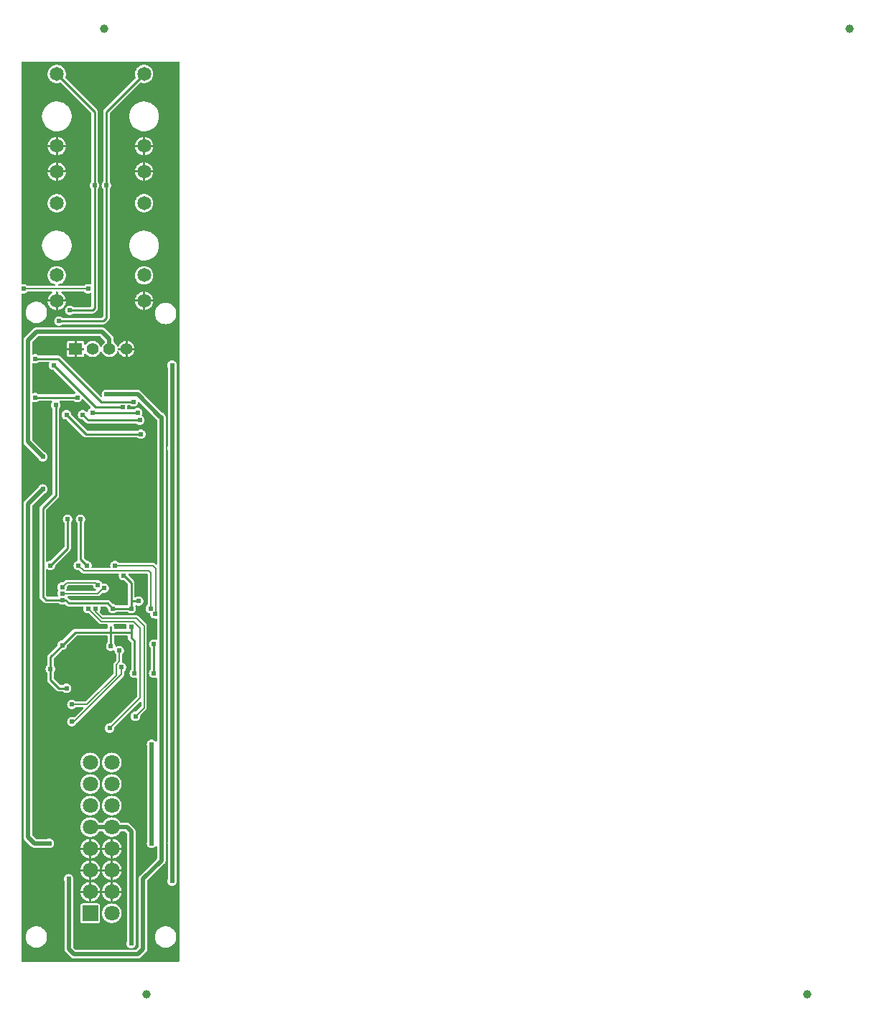
<source format=gbl>
G04 Layer: BottomLayer*
G04 EasyEDA v6.5.23, 2023-06-10 17:59:46*
G04 2a4cce0fd74440f1b02c58f019cbd83e,5a6b42c53f6a479593ecc07194224c93,10*
G04 Gerber Generator version 0.2*
G04 Scale: 100 percent, Rotated: No, Reflected: No *
G04 Dimensions in millimeters *
G04 leading zeros omitted , absolute positions ,4 integer and 5 decimal *
%FSLAX45Y45*%
%MOMM*%

%AMMACRO1*21,1,$1,$2,0,0,$3*%
%ADD10C,0.1270*%
%ADD11C,0.5000*%
%ADD12C,0.2540*%
%ADD13C,1.0000*%
%ADD14C,1.6500*%
%ADD15C,1.4000*%
%ADD16R,1.5240X1.4000*%
%ADD17MACRO1,1.8X1.8X90.0000*%
%ADD18C,1.8000*%
%ADD19C,0.6096*%
%ADD20C,0.0181*%

%LPD*%
G36*
X86868Y851408D02*
G01*
X82956Y852169D01*
X79705Y854405D01*
X77470Y857656D01*
X76708Y861568D01*
X76708Y8723731D01*
X77368Y8727338D01*
X79298Y8730488D01*
X82245Y8732774D01*
X85801Y8733840D01*
X89509Y8733536D01*
X91795Y8732926D01*
X101600Y8732062D01*
X111404Y8732926D01*
X120853Y8735466D01*
X129794Y8739581D01*
X137769Y8745220D01*
X145592Y8753144D01*
X148894Y8755380D01*
X152806Y8756142D01*
X431393Y8756142D01*
X435609Y8755227D01*
X439013Y8752687D01*
X441096Y8748928D01*
X441451Y8744661D01*
X440029Y8740597D01*
X437032Y8737549D01*
X429310Y8732367D01*
X418642Y8723020D01*
X409295Y8712352D01*
X401421Y8700566D01*
X395173Y8687866D01*
X390601Y8674455D01*
X387858Y8660536D01*
X387756Y8659063D01*
X482600Y8659063D01*
X482600Y8745982D01*
X483362Y8749893D01*
X485597Y8753144D01*
X488848Y8755380D01*
X492759Y8756142D01*
X497840Y8756142D01*
X501751Y8755380D01*
X505002Y8753144D01*
X507238Y8749893D01*
X508000Y8745982D01*
X508000Y8659063D01*
X602843Y8659063D01*
X602742Y8660536D01*
X599998Y8674455D01*
X595426Y8687866D01*
X589178Y8700566D01*
X581304Y8712352D01*
X571957Y8723020D01*
X561289Y8732367D01*
X553567Y8737549D01*
X550570Y8740597D01*
X549148Y8744661D01*
X549503Y8748928D01*
X551586Y8752687D01*
X554990Y8755227D01*
X559206Y8756142D01*
X812393Y8756142D01*
X816305Y8755380D01*
X819607Y8753144D01*
X827430Y8745220D01*
X835406Y8739581D01*
X844346Y8735466D01*
X853795Y8732926D01*
X863600Y8732062D01*
X873404Y8732926D01*
X882853Y8735466D01*
X886714Y8737244D01*
X890676Y8738209D01*
X894689Y8737549D01*
X898093Y8735364D01*
X900379Y8732012D01*
X901192Y8728049D01*
X901192Y8583168D01*
X900430Y8579256D01*
X898194Y8576005D01*
X894943Y8573770D01*
X891032Y8573008D01*
X692708Y8573008D01*
X688797Y8573770D01*
X685495Y8576005D01*
X683920Y8577580D01*
X675894Y8583218D01*
X666953Y8587333D01*
X657504Y8589873D01*
X647700Y8590737D01*
X637895Y8589873D01*
X628446Y8587333D01*
X619506Y8583218D01*
X611479Y8577580D01*
X604520Y8570620D01*
X598881Y8562594D01*
X594766Y8553653D01*
X592226Y8544204D01*
X591362Y8534400D01*
X592226Y8524595D01*
X594766Y8515146D01*
X598881Y8506206D01*
X604520Y8498179D01*
X611479Y8491220D01*
X619506Y8485581D01*
X628446Y8481466D01*
X637895Y8478926D01*
X647700Y8478062D01*
X657504Y8478926D01*
X666953Y8481466D01*
X675894Y8485581D01*
X683920Y8491220D01*
X685495Y8492794D01*
X688797Y8495030D01*
X692708Y8495792D01*
X913892Y8495792D01*
X921918Y8496604D01*
X929132Y8498789D01*
X935837Y8502345D01*
X942035Y8507476D01*
X966724Y8532164D01*
X971854Y8538362D01*
X975410Y8545068D01*
X977595Y8552281D01*
X978408Y8560308D01*
X978408Y9962743D01*
X979169Y9966655D01*
X981405Y9969957D01*
X982980Y9971532D01*
X988618Y9979558D01*
X992733Y9988499D01*
X995273Y9997948D01*
X996137Y10007752D01*
X995273Y10017556D01*
X992733Y10027005D01*
X988618Y10035946D01*
X982980Y10043972D01*
X981405Y10045547D01*
X979169Y10048849D01*
X978408Y10052761D01*
X978408Y10875416D01*
X977595Y10883442D01*
X975410Y10890656D01*
X971854Y10897362D01*
X966724Y10903559D01*
X598881Y11271453D01*
X596747Y11274552D01*
X595934Y11278209D01*
X596442Y11281918D01*
X599998Y11292332D01*
X602742Y11306251D01*
X603707Y11320373D01*
X602742Y11334546D01*
X599998Y11348466D01*
X595426Y11361877D01*
X589178Y11374577D01*
X581304Y11386362D01*
X571957Y11397030D01*
X561289Y11406378D01*
X549503Y11414252D01*
X536752Y11420551D01*
X523341Y11425072D01*
X509422Y11427866D01*
X495300Y11428780D01*
X481177Y11427866D01*
X467258Y11425072D01*
X453847Y11420551D01*
X441096Y11414252D01*
X429310Y11406378D01*
X418642Y11397030D01*
X409295Y11386362D01*
X401421Y11374577D01*
X395173Y11361877D01*
X390601Y11348466D01*
X387858Y11334546D01*
X386892Y11320373D01*
X387858Y11306251D01*
X390601Y11292332D01*
X395173Y11278920D01*
X401421Y11266220D01*
X409295Y11254435D01*
X418642Y11243767D01*
X429310Y11234420D01*
X441096Y11226546D01*
X453847Y11220246D01*
X467258Y11215725D01*
X481177Y11212931D01*
X495300Y11212017D01*
X509422Y11212931D01*
X523341Y11215725D01*
X533857Y11219281D01*
X537565Y11219789D01*
X541223Y11218926D01*
X544271Y11216843D01*
X898194Y10862919D01*
X900430Y10859617D01*
X901192Y10855706D01*
X901192Y10052761D01*
X900430Y10048849D01*
X898194Y10045547D01*
X896619Y10043972D01*
X890981Y10035946D01*
X886866Y10027005D01*
X884326Y10017556D01*
X883462Y10007752D01*
X884326Y9997948D01*
X886866Y9988499D01*
X890981Y9979558D01*
X896619Y9971532D01*
X898194Y9969957D01*
X900430Y9966655D01*
X901192Y9962743D01*
X901192Y8848750D01*
X900379Y8844788D01*
X898093Y8841435D01*
X894689Y8839250D01*
X890676Y8838590D01*
X886714Y8839555D01*
X882853Y8841333D01*
X873404Y8843873D01*
X863600Y8844737D01*
X853795Y8843873D01*
X844346Y8841333D01*
X835406Y8837218D01*
X827430Y8831580D01*
X819607Y8823655D01*
X816305Y8821420D01*
X812393Y8820658D01*
X520598Y8820658D01*
X516483Y8821521D01*
X513029Y8824061D01*
X510946Y8827719D01*
X510540Y8831935D01*
X511860Y8835999D01*
X514756Y8839098D01*
X518617Y8840774D01*
X523341Y8841740D01*
X536752Y8846261D01*
X549503Y8852560D01*
X561289Y8860434D01*
X571957Y8869781D01*
X581304Y8880449D01*
X589178Y8892235D01*
X595426Y8904935D01*
X599998Y8918346D01*
X602742Y8932265D01*
X603707Y8946388D01*
X602742Y8960561D01*
X599998Y8974480D01*
X595426Y8987891D01*
X589178Y9000591D01*
X581304Y9012377D01*
X571957Y9023045D01*
X561289Y9032392D01*
X549503Y9040266D01*
X536752Y9046565D01*
X523341Y9051086D01*
X509422Y9053880D01*
X495300Y9054795D01*
X481177Y9053880D01*
X467258Y9051086D01*
X453847Y9046565D01*
X441096Y9040266D01*
X429310Y9032392D01*
X418642Y9023045D01*
X409295Y9012377D01*
X401421Y9000591D01*
X395173Y8987891D01*
X390601Y8974480D01*
X387858Y8960561D01*
X386892Y8946388D01*
X387858Y8932265D01*
X390601Y8918346D01*
X395173Y8904935D01*
X401421Y8892235D01*
X409295Y8880449D01*
X418642Y8869781D01*
X429310Y8860434D01*
X441096Y8852560D01*
X453847Y8846261D01*
X467258Y8841740D01*
X471982Y8840774D01*
X475843Y8839098D01*
X478739Y8835999D01*
X480059Y8831935D01*
X479653Y8827719D01*
X477570Y8824061D01*
X474116Y8821521D01*
X470001Y8820658D01*
X152806Y8820658D01*
X148894Y8821420D01*
X145592Y8823655D01*
X137769Y8831580D01*
X129794Y8837218D01*
X120853Y8841333D01*
X111404Y8843873D01*
X101600Y8844737D01*
X91795Y8843873D01*
X89509Y8843264D01*
X85801Y8842959D01*
X82245Y8844026D01*
X79298Y8846312D01*
X77368Y8849461D01*
X76708Y8853068D01*
X76708Y11457432D01*
X77470Y11461343D01*
X79705Y11464594D01*
X82956Y11466830D01*
X86868Y11467592D01*
X1932432Y11467592D01*
X1936343Y11466830D01*
X1939594Y11464594D01*
X1941830Y11461343D01*
X1942592Y11457432D01*
X1942592Y861568D01*
X1941830Y857656D01*
X1939594Y854405D01*
X1936343Y852169D01*
X1932432Y851408D01*
G37*

%LPC*%
G36*
X1528572Y10644581D02*
G01*
X1546606Y10645952D01*
X1564436Y10649204D01*
X1581810Y10654284D01*
X1598574Y10661091D01*
X1614576Y10669625D01*
X1629613Y10679734D01*
X1643481Y10691317D01*
X1656130Y10704271D01*
X1667408Y10718495D01*
X1677111Y10733786D01*
X1685188Y10749940D01*
X1691589Y10766907D01*
X1696212Y10784433D01*
X1699006Y10802315D01*
X1699920Y10820400D01*
X1699006Y10838484D01*
X1696212Y10856366D01*
X1691589Y10873892D01*
X1685188Y10890859D01*
X1677111Y10907014D01*
X1667408Y10922304D01*
X1656130Y10936528D01*
X1643481Y10949482D01*
X1629613Y10961065D01*
X1614576Y10971174D01*
X1598574Y10979708D01*
X1581810Y10986516D01*
X1564436Y10991596D01*
X1546606Y10994847D01*
X1528572Y10996218D01*
X1510436Y10995761D01*
X1492504Y10993424D01*
X1474876Y10989310D01*
X1457756Y10983315D01*
X1441348Y10975644D01*
X1425854Y10966348D01*
X1411325Y10955477D01*
X1398066Y10943183D01*
X1386078Y10929569D01*
X1375613Y10914786D01*
X1366672Y10899038D01*
X1359458Y10882426D01*
X1353921Y10865205D01*
X1350213Y10847476D01*
X1348384Y10829442D01*
X1348384Y10811357D01*
X1350213Y10793323D01*
X1353921Y10775594D01*
X1359458Y10758373D01*
X1366672Y10741761D01*
X1375613Y10726013D01*
X1386078Y10711230D01*
X1398066Y10697616D01*
X1411325Y10685322D01*
X1425854Y10674451D01*
X1441348Y10665155D01*
X1457756Y10657484D01*
X1474876Y10651490D01*
X1492504Y10647375D01*
X1510436Y10645038D01*
G37*
G36*
X1778000Y1017117D02*
G01*
X1793189Y1018032D01*
X1808124Y1020775D01*
X1822653Y1025296D01*
X1836521Y1031544D01*
X1849526Y1039418D01*
X1861464Y1048766D01*
X1872234Y1059535D01*
X1881581Y1071473D01*
X1889455Y1084478D01*
X1895703Y1098346D01*
X1900224Y1112875D01*
X1902968Y1127810D01*
X1903882Y1143000D01*
X1902968Y1158189D01*
X1900224Y1173124D01*
X1895703Y1187653D01*
X1889455Y1201521D01*
X1881581Y1214526D01*
X1872234Y1226464D01*
X1861464Y1237234D01*
X1849526Y1246581D01*
X1836521Y1254455D01*
X1822653Y1260703D01*
X1808124Y1265224D01*
X1793189Y1267968D01*
X1778000Y1268882D01*
X1762810Y1267968D01*
X1747875Y1265224D01*
X1733346Y1260703D01*
X1719478Y1254455D01*
X1706473Y1246581D01*
X1694535Y1237234D01*
X1683766Y1226464D01*
X1674418Y1214526D01*
X1666544Y1201521D01*
X1660296Y1187653D01*
X1655775Y1173124D01*
X1653032Y1158189D01*
X1652117Y1143000D01*
X1653032Y1127810D01*
X1655775Y1112875D01*
X1660296Y1098346D01*
X1666544Y1084478D01*
X1674418Y1071473D01*
X1683766Y1059535D01*
X1694535Y1048766D01*
X1706473Y1039418D01*
X1719478Y1031544D01*
X1733346Y1025296D01*
X1747875Y1020775D01*
X1762810Y1018032D01*
G37*
G36*
X254000Y1017117D02*
G01*
X269189Y1018032D01*
X284124Y1020775D01*
X298653Y1025296D01*
X312521Y1031544D01*
X325526Y1039418D01*
X337464Y1048766D01*
X348234Y1059535D01*
X357581Y1071473D01*
X365455Y1084478D01*
X371703Y1098346D01*
X376224Y1112875D01*
X378968Y1127810D01*
X379882Y1143000D01*
X378968Y1158189D01*
X376224Y1173124D01*
X371703Y1187653D01*
X365455Y1201521D01*
X357581Y1214526D01*
X348234Y1226464D01*
X337464Y1237234D01*
X325526Y1246581D01*
X312521Y1254455D01*
X298653Y1260703D01*
X284124Y1265224D01*
X269189Y1267968D01*
X254000Y1268882D01*
X238810Y1267968D01*
X223875Y1265224D01*
X209346Y1260703D01*
X195478Y1254455D01*
X182473Y1246581D01*
X170535Y1237234D01*
X159766Y1226464D01*
X150418Y1214526D01*
X142544Y1201521D01*
X136296Y1187653D01*
X131775Y1173124D01*
X129032Y1158189D01*
X128117Y1143000D01*
X129032Y1127810D01*
X131775Y1112875D01*
X136296Y1098346D01*
X142544Y1084478D01*
X150418Y1071473D01*
X159766Y1059535D01*
X170535Y1048766D01*
X182473Y1039418D01*
X195478Y1031544D01*
X209346Y1025296D01*
X223875Y1020775D01*
X238810Y1018032D01*
G37*
G36*
X799592Y1306474D02*
G01*
X978408Y1306474D01*
X984758Y1307185D01*
X990193Y1309116D01*
X995121Y1312214D01*
X999185Y1316278D01*
X1002284Y1321206D01*
X1004214Y1326642D01*
X1004925Y1332992D01*
X1004925Y1511808D01*
X1004214Y1518158D01*
X1002284Y1523593D01*
X999185Y1528521D01*
X995121Y1532585D01*
X990193Y1535684D01*
X984758Y1537614D01*
X978408Y1538325D01*
X799592Y1538325D01*
X793242Y1537614D01*
X787806Y1535684D01*
X782878Y1532585D01*
X778814Y1528521D01*
X775716Y1523593D01*
X773785Y1518158D01*
X773074Y1511808D01*
X773074Y1332992D01*
X773785Y1326642D01*
X775716Y1321206D01*
X778814Y1316278D01*
X782878Y1312214D01*
X787806Y1309116D01*
X793242Y1307185D01*
G37*
G36*
X1143000Y1306525D02*
G01*
X1157528Y1307439D01*
X1171803Y1310132D01*
X1185672Y1314653D01*
X1198829Y1320850D01*
X1211122Y1328623D01*
X1222349Y1337919D01*
X1232306Y1348536D01*
X1240840Y1360322D01*
X1247851Y1373073D01*
X1253236Y1386586D01*
X1256842Y1400708D01*
X1258671Y1415135D01*
X1258671Y1429664D01*
X1256842Y1444091D01*
X1253236Y1458214D01*
X1247851Y1471726D01*
X1240840Y1484477D01*
X1232306Y1496263D01*
X1222349Y1506880D01*
X1211122Y1516176D01*
X1198829Y1523949D01*
X1185672Y1530146D01*
X1171803Y1534668D01*
X1157528Y1537360D01*
X1143000Y1538274D01*
X1128471Y1537360D01*
X1114196Y1534668D01*
X1100328Y1530146D01*
X1087170Y1523949D01*
X1074877Y1516176D01*
X1063650Y1506880D01*
X1053693Y1496263D01*
X1045159Y1484477D01*
X1038148Y1471726D01*
X1032764Y1458214D01*
X1029157Y1444091D01*
X1027328Y1429664D01*
X1027328Y1415135D01*
X1029157Y1400708D01*
X1032764Y1386586D01*
X1038148Y1373073D01*
X1045159Y1360322D01*
X1053693Y1348536D01*
X1063650Y1337919D01*
X1074877Y1328623D01*
X1087170Y1320850D01*
X1100328Y1314653D01*
X1114196Y1310132D01*
X1128471Y1307439D01*
G37*
G36*
X901700Y1561287D02*
G01*
X903528Y1561439D01*
X917803Y1564132D01*
X931671Y1568653D01*
X944829Y1574850D01*
X957122Y1582623D01*
X968349Y1591919D01*
X978306Y1602536D01*
X986840Y1614322D01*
X993851Y1627073D01*
X999236Y1640586D01*
X1002842Y1654708D01*
X1003960Y1663700D01*
X901700Y1663700D01*
G37*
G36*
X1130300Y1561287D02*
G01*
X1130300Y1663700D01*
X1028039Y1663700D01*
X1029157Y1654708D01*
X1032764Y1640586D01*
X1038148Y1627073D01*
X1045159Y1614322D01*
X1053693Y1602536D01*
X1063650Y1591919D01*
X1074877Y1582623D01*
X1087170Y1574850D01*
X1100328Y1568653D01*
X1114196Y1564132D01*
X1128471Y1561439D01*
G37*
G36*
X876300Y1561287D02*
G01*
X876300Y1663700D01*
X774039Y1663700D01*
X775157Y1654708D01*
X778764Y1640586D01*
X784148Y1627073D01*
X791159Y1614322D01*
X799693Y1602536D01*
X809650Y1591919D01*
X820877Y1582623D01*
X833170Y1574850D01*
X846328Y1568653D01*
X860196Y1564132D01*
X874471Y1561439D01*
G37*
G36*
X1155700Y1561287D02*
G01*
X1157528Y1561439D01*
X1171803Y1564132D01*
X1185672Y1568653D01*
X1198829Y1574850D01*
X1211122Y1582623D01*
X1222349Y1591919D01*
X1232306Y1602536D01*
X1240840Y1614322D01*
X1247851Y1627073D01*
X1253236Y1640586D01*
X1256842Y1654708D01*
X1257960Y1663700D01*
X1155700Y1663700D01*
G37*
G36*
X901700Y1689100D02*
G01*
X1003960Y1689100D01*
X1002842Y1698091D01*
X999236Y1712214D01*
X993851Y1725726D01*
X986840Y1738477D01*
X978306Y1750263D01*
X968349Y1760880D01*
X957122Y1770176D01*
X944829Y1777949D01*
X931671Y1784146D01*
X917803Y1788668D01*
X903528Y1791360D01*
X901700Y1791512D01*
G37*
G36*
X1028039Y1689100D02*
G01*
X1130300Y1689100D01*
X1130300Y1791512D01*
X1128471Y1791360D01*
X1114196Y1788668D01*
X1100328Y1784146D01*
X1087170Y1777949D01*
X1074877Y1770176D01*
X1063650Y1760880D01*
X1053693Y1750263D01*
X1045159Y1738477D01*
X1038148Y1725726D01*
X1032764Y1712214D01*
X1029157Y1698091D01*
G37*
G36*
X1155700Y1689100D02*
G01*
X1257960Y1689100D01*
X1256842Y1698091D01*
X1253236Y1712214D01*
X1247851Y1725726D01*
X1240840Y1738477D01*
X1232306Y1750263D01*
X1222349Y1760880D01*
X1211122Y1770176D01*
X1198829Y1777949D01*
X1185672Y1784146D01*
X1171803Y1788668D01*
X1157528Y1791360D01*
X1155700Y1791512D01*
G37*
G36*
X774039Y1689100D02*
G01*
X876300Y1689100D01*
X876300Y1791512D01*
X874471Y1791360D01*
X860196Y1788668D01*
X846328Y1784146D01*
X833170Y1777949D01*
X820877Y1770176D01*
X809650Y1760880D01*
X799693Y1750263D01*
X791159Y1738477D01*
X784148Y1725726D01*
X778764Y1712214D01*
X775157Y1698091D01*
G37*
G36*
X1854200Y1747062D02*
G01*
X1864004Y1747926D01*
X1873453Y1750466D01*
X1882393Y1754581D01*
X1890420Y1760220D01*
X1897380Y1767179D01*
X1903018Y1775206D01*
X1907133Y1784146D01*
X1909673Y1793595D01*
X1910537Y1803400D01*
X1909673Y1813204D01*
X1907133Y1822653D01*
X1906066Y1824989D01*
X1905101Y1829307D01*
X1905101Y6881520D01*
X1906066Y6885838D01*
X1907133Y6888175D01*
X1909673Y6897624D01*
X1910537Y6907428D01*
X1909673Y6917232D01*
X1907133Y6926681D01*
X1906066Y6929018D01*
X1905101Y6933336D01*
X1905101Y7860792D01*
X1906066Y7865109D01*
X1907133Y7867446D01*
X1909673Y7876895D01*
X1910537Y7886700D01*
X1909673Y7896504D01*
X1907133Y7905953D01*
X1903018Y7914894D01*
X1897380Y7922920D01*
X1890420Y7929880D01*
X1882393Y7935518D01*
X1873453Y7939633D01*
X1864004Y7942173D01*
X1854200Y7943037D01*
X1844395Y7942173D01*
X1834946Y7939633D01*
X1826006Y7935518D01*
X1817979Y7929880D01*
X1811020Y7922920D01*
X1805381Y7914894D01*
X1801266Y7905953D01*
X1798726Y7896504D01*
X1797862Y7886700D01*
X1798726Y7876895D01*
X1801266Y7867446D01*
X1802333Y7865109D01*
X1803298Y7860792D01*
X1803298Y6933336D01*
X1802333Y6929018D01*
X1801266Y6926681D01*
X1798726Y6917232D01*
X1798370Y6913575D01*
X1797050Y6909409D01*
X1795272Y6907428D01*
X1797050Y6905447D01*
X1798370Y6901281D01*
X1798726Y6897624D01*
X1801266Y6888175D01*
X1802333Y6885838D01*
X1803298Y6881520D01*
X1803298Y2254961D01*
X1802333Y2250643D01*
X1800250Y2247900D01*
X1802333Y2245156D01*
X1803298Y2240838D01*
X1803298Y1829307D01*
X1802333Y1824989D01*
X1801266Y1822653D01*
X1798726Y1813204D01*
X1797862Y1803400D01*
X1798726Y1793595D01*
X1801266Y1784146D01*
X1805381Y1775206D01*
X1811020Y1767179D01*
X1817979Y1760220D01*
X1826006Y1754581D01*
X1834946Y1750466D01*
X1844395Y1747926D01*
G37*
G36*
X1130300Y1815287D02*
G01*
X1130300Y1917700D01*
X1028039Y1917700D01*
X1029157Y1908708D01*
X1032764Y1894586D01*
X1038148Y1881073D01*
X1045159Y1868322D01*
X1053693Y1856536D01*
X1063650Y1845919D01*
X1074877Y1836623D01*
X1087170Y1828850D01*
X1100328Y1822653D01*
X1114196Y1818132D01*
X1128471Y1815439D01*
G37*
G36*
X901700Y1815287D02*
G01*
X903528Y1815439D01*
X917803Y1818132D01*
X931671Y1822653D01*
X944829Y1828850D01*
X957122Y1836623D01*
X968349Y1845919D01*
X978306Y1856536D01*
X986840Y1868322D01*
X993851Y1881073D01*
X999236Y1894586D01*
X1002842Y1908708D01*
X1003960Y1917700D01*
X901700Y1917700D01*
G37*
G36*
X1155700Y1815287D02*
G01*
X1157528Y1815439D01*
X1171803Y1818132D01*
X1185672Y1822653D01*
X1198829Y1828850D01*
X1211122Y1836623D01*
X1222349Y1845919D01*
X1232306Y1856536D01*
X1240840Y1868322D01*
X1247851Y1881073D01*
X1253236Y1894586D01*
X1256842Y1908708D01*
X1257960Y1917700D01*
X1155700Y1917700D01*
G37*
G36*
X876300Y1815287D02*
G01*
X876300Y1917700D01*
X774039Y1917700D01*
X775157Y1908708D01*
X778764Y1894586D01*
X784148Y1881073D01*
X791159Y1868322D01*
X799693Y1856536D01*
X809650Y1845919D01*
X820877Y1836623D01*
X833170Y1828850D01*
X846328Y1822653D01*
X860196Y1818132D01*
X874471Y1815439D01*
G37*
G36*
X1028039Y1943100D02*
G01*
X1130300Y1943100D01*
X1130300Y2045512D01*
X1128471Y2045360D01*
X1114196Y2042668D01*
X1100328Y2038146D01*
X1087170Y2031949D01*
X1074877Y2024176D01*
X1063650Y2014880D01*
X1053693Y2004263D01*
X1045159Y1992477D01*
X1038148Y1979726D01*
X1032764Y1966214D01*
X1029157Y1952091D01*
G37*
G36*
X901700Y1943100D02*
G01*
X1003960Y1943100D01*
X1002842Y1952091D01*
X999236Y1966214D01*
X993851Y1979726D01*
X986840Y1992477D01*
X978306Y2004263D01*
X968349Y2014880D01*
X957122Y2024176D01*
X944829Y2031949D01*
X931671Y2038146D01*
X917803Y2042668D01*
X903528Y2045360D01*
X901700Y2045512D01*
G37*
G36*
X1155700Y1943100D02*
G01*
X1257960Y1943100D01*
X1256842Y1952091D01*
X1253236Y1966214D01*
X1247851Y1979726D01*
X1240840Y1992477D01*
X1232306Y2004263D01*
X1222349Y2014880D01*
X1211122Y2024176D01*
X1198829Y2031949D01*
X1185672Y2038146D01*
X1171803Y2042668D01*
X1157528Y2045360D01*
X1155700Y2045512D01*
G37*
G36*
X774039Y1943100D02*
G01*
X876300Y1943100D01*
X876300Y2045512D01*
X874471Y2045360D01*
X860196Y2042668D01*
X846328Y2038146D01*
X833170Y2031949D01*
X820877Y2024176D01*
X809650Y2014880D01*
X799693Y2004263D01*
X791159Y1992477D01*
X784148Y1979726D01*
X778764Y1966214D01*
X775157Y1952091D01*
G37*
G36*
X1130300Y2069287D02*
G01*
X1130300Y2171700D01*
X1028039Y2171700D01*
X1029157Y2162708D01*
X1032764Y2148586D01*
X1038148Y2135073D01*
X1045159Y2122322D01*
X1053693Y2110536D01*
X1063650Y2099919D01*
X1074877Y2090623D01*
X1087170Y2082850D01*
X1100328Y2076653D01*
X1114196Y2072132D01*
X1128471Y2069439D01*
G37*
G36*
X901700Y2069287D02*
G01*
X903528Y2069439D01*
X917803Y2072132D01*
X931671Y2076653D01*
X944829Y2082850D01*
X957122Y2090623D01*
X968349Y2099919D01*
X978306Y2110536D01*
X986840Y2122322D01*
X993851Y2135073D01*
X999236Y2148586D01*
X1002842Y2162708D01*
X1003960Y2171700D01*
X901700Y2171700D01*
G37*
G36*
X1155700Y2069287D02*
G01*
X1157528Y2069439D01*
X1171803Y2072132D01*
X1185672Y2076653D01*
X1198829Y2082850D01*
X1211122Y2090623D01*
X1222349Y2099919D01*
X1232306Y2110536D01*
X1240840Y2122322D01*
X1247851Y2135073D01*
X1253236Y2148586D01*
X1256842Y2162708D01*
X1257960Y2171700D01*
X1155700Y2171700D01*
G37*
G36*
X876300Y2069287D02*
G01*
X876300Y2171700D01*
X774039Y2171700D01*
X775157Y2162708D01*
X778764Y2148586D01*
X784148Y2135073D01*
X791159Y2122322D01*
X799693Y2110536D01*
X809650Y2099919D01*
X820877Y2090623D01*
X833170Y2082850D01*
X846328Y2076653D01*
X860196Y2072132D01*
X874471Y2069439D01*
G37*
G36*
X406400Y2191562D02*
G01*
X416204Y2192426D01*
X425653Y2194966D01*
X434593Y2199081D01*
X442620Y2204720D01*
X449580Y2211679D01*
X455218Y2219706D01*
X459333Y2228646D01*
X461873Y2238095D01*
X462737Y2247900D01*
X461873Y2257704D01*
X459333Y2267153D01*
X455218Y2276094D01*
X449580Y2284120D01*
X442620Y2291080D01*
X434593Y2296718D01*
X425653Y2300833D01*
X416204Y2303373D01*
X406400Y2304237D01*
X396595Y2303373D01*
X387146Y2300833D01*
X384810Y2299766D01*
X380492Y2298801D01*
X253898Y2298801D01*
X249986Y2299563D01*
X246735Y2301798D01*
X206298Y2342235D01*
X204063Y2345486D01*
X203301Y2349398D01*
X203301Y6223101D01*
X204063Y6227013D01*
X206298Y6230264D01*
X347776Y6371793D01*
X350672Y6373825D01*
X358394Y6377381D01*
X366420Y6383020D01*
X373380Y6389979D01*
X379018Y6398006D01*
X383133Y6406946D01*
X385673Y6416395D01*
X386537Y6426200D01*
X385673Y6436004D01*
X383133Y6445453D01*
X379018Y6454394D01*
X373380Y6462420D01*
X366420Y6469380D01*
X358394Y6475018D01*
X349453Y6479133D01*
X340004Y6481673D01*
X330200Y6482537D01*
X320395Y6481673D01*
X310946Y6479133D01*
X302006Y6475018D01*
X293979Y6469380D01*
X287020Y6462420D01*
X281381Y6454394D01*
X277825Y6446672D01*
X275793Y6443776D01*
X116535Y6284569D01*
X113385Y6281115D01*
X110693Y6277610D01*
X108305Y6273850D01*
X106273Y6269888D01*
X104546Y6265824D01*
X103225Y6261557D01*
X102260Y6257239D01*
X101701Y6252819D01*
X101498Y6248196D01*
X101498Y2324303D01*
X101701Y2319680D01*
X102260Y2315260D01*
X103225Y2310942D01*
X104546Y2306675D01*
X106273Y2302611D01*
X108305Y2298649D01*
X110693Y2294890D01*
X113385Y2291384D01*
X116535Y2287930D01*
X192430Y2212035D01*
X195884Y2208885D01*
X199390Y2206193D01*
X203149Y2203805D01*
X207111Y2201773D01*
X211175Y2200046D01*
X215442Y2198725D01*
X219760Y2197760D01*
X224180Y2197201D01*
X228803Y2196998D01*
X380492Y2196998D01*
X384810Y2196033D01*
X387146Y2194966D01*
X396595Y2192426D01*
G37*
G36*
X1028039Y2197100D02*
G01*
X1130300Y2197100D01*
X1130300Y2299512D01*
X1128471Y2299360D01*
X1114196Y2296668D01*
X1100328Y2292146D01*
X1087170Y2285949D01*
X1074877Y2278176D01*
X1063650Y2268880D01*
X1053693Y2258263D01*
X1045159Y2246477D01*
X1038148Y2233726D01*
X1032764Y2220214D01*
X1029157Y2206091D01*
G37*
G36*
X901700Y2197100D02*
G01*
X1003960Y2197100D01*
X1002842Y2206091D01*
X999236Y2220214D01*
X993851Y2233726D01*
X986840Y2246477D01*
X978306Y2258263D01*
X968349Y2268880D01*
X957122Y2278176D01*
X944829Y2285949D01*
X931671Y2292146D01*
X917803Y2296668D01*
X903528Y2299360D01*
X901700Y2299512D01*
G37*
G36*
X774039Y2197100D02*
G01*
X876300Y2197100D01*
X876300Y2299512D01*
X874471Y2299360D01*
X860196Y2296668D01*
X846328Y2292146D01*
X833170Y2285949D01*
X820877Y2278176D01*
X809650Y2268880D01*
X799693Y2258263D01*
X791159Y2246477D01*
X784148Y2233726D01*
X778764Y2220214D01*
X775157Y2206091D01*
G37*
G36*
X1155700Y2197100D02*
G01*
X1257960Y2197100D01*
X1256842Y2206091D01*
X1253236Y2220214D01*
X1247851Y2233726D01*
X1240840Y2246477D01*
X1232306Y2258263D01*
X1222349Y2268880D01*
X1211122Y2278176D01*
X1198829Y2285949D01*
X1185672Y2292146D01*
X1171803Y2296668D01*
X1157528Y2299360D01*
X1155700Y2299512D01*
G37*
G36*
X889000Y2576525D02*
G01*
X903528Y2577439D01*
X917803Y2580132D01*
X931671Y2584653D01*
X944829Y2590850D01*
X957122Y2598623D01*
X968349Y2607919D01*
X978306Y2618536D01*
X986840Y2630322D01*
X993851Y2643073D01*
X999236Y2656586D01*
X1002842Y2670708D01*
X1004671Y2685135D01*
X1004671Y2699664D01*
X1002842Y2714091D01*
X999236Y2728214D01*
X993851Y2741726D01*
X986840Y2754477D01*
X978306Y2766263D01*
X968349Y2776880D01*
X957122Y2786176D01*
X944829Y2793949D01*
X931671Y2800146D01*
X917803Y2804668D01*
X903528Y2807360D01*
X889000Y2808274D01*
X874471Y2807360D01*
X860196Y2804668D01*
X846328Y2800146D01*
X833170Y2793949D01*
X820877Y2786176D01*
X809650Y2776880D01*
X799693Y2766263D01*
X791159Y2754477D01*
X784148Y2741726D01*
X778764Y2728214D01*
X775157Y2714091D01*
X773328Y2699664D01*
X773328Y2685135D01*
X775157Y2670708D01*
X778764Y2656586D01*
X784148Y2643073D01*
X791159Y2630322D01*
X799693Y2618536D01*
X809650Y2607919D01*
X820877Y2598623D01*
X833170Y2590850D01*
X846328Y2584653D01*
X860196Y2580132D01*
X874471Y2577439D01*
G37*
G36*
X1143000Y2576525D02*
G01*
X1157528Y2577439D01*
X1171803Y2580132D01*
X1185672Y2584653D01*
X1198829Y2590850D01*
X1211122Y2598623D01*
X1222349Y2607919D01*
X1232306Y2618536D01*
X1240840Y2630322D01*
X1247851Y2643073D01*
X1253236Y2656586D01*
X1256842Y2670708D01*
X1258671Y2685135D01*
X1258671Y2699664D01*
X1256842Y2714091D01*
X1253236Y2728214D01*
X1247851Y2741726D01*
X1240840Y2754477D01*
X1232306Y2766263D01*
X1222349Y2776880D01*
X1211122Y2786176D01*
X1198829Y2793949D01*
X1185672Y2800146D01*
X1171803Y2804668D01*
X1157528Y2807360D01*
X1143000Y2808274D01*
X1128471Y2807360D01*
X1114196Y2804668D01*
X1100328Y2800146D01*
X1087170Y2793949D01*
X1074877Y2786176D01*
X1063650Y2776880D01*
X1053693Y2766263D01*
X1045159Y2754477D01*
X1038148Y2741726D01*
X1032764Y2728214D01*
X1029157Y2714091D01*
X1027328Y2699664D01*
X1027328Y2685135D01*
X1029157Y2670708D01*
X1032764Y2656586D01*
X1038148Y2643073D01*
X1045159Y2630322D01*
X1053693Y2618536D01*
X1063650Y2607919D01*
X1074877Y2598623D01*
X1087170Y2590850D01*
X1100328Y2584653D01*
X1114196Y2580132D01*
X1128471Y2577439D01*
G37*
G36*
X889000Y2830525D02*
G01*
X903528Y2831439D01*
X917803Y2834132D01*
X931671Y2838653D01*
X944829Y2844850D01*
X957122Y2852623D01*
X968349Y2861919D01*
X978306Y2872536D01*
X986840Y2884322D01*
X993851Y2897073D01*
X999236Y2910586D01*
X1002842Y2924708D01*
X1004671Y2939135D01*
X1004671Y2953664D01*
X1002842Y2968091D01*
X999236Y2982214D01*
X993851Y2995726D01*
X986840Y3008477D01*
X978306Y3020263D01*
X968349Y3030880D01*
X957122Y3040176D01*
X944829Y3047949D01*
X931671Y3054146D01*
X917803Y3058668D01*
X903528Y3061360D01*
X889000Y3062274D01*
X874471Y3061360D01*
X860196Y3058668D01*
X846328Y3054146D01*
X833170Y3047949D01*
X820877Y3040176D01*
X809650Y3030880D01*
X799693Y3020263D01*
X791159Y3008477D01*
X784148Y2995726D01*
X778764Y2982214D01*
X775157Y2968091D01*
X773328Y2953664D01*
X773328Y2939135D01*
X775157Y2924708D01*
X778764Y2910586D01*
X784148Y2897073D01*
X791159Y2884322D01*
X799693Y2872536D01*
X809650Y2861919D01*
X820877Y2852623D01*
X833170Y2844850D01*
X846328Y2838653D01*
X860196Y2834132D01*
X874471Y2831439D01*
G37*
G36*
X1143000Y2830525D02*
G01*
X1157528Y2831439D01*
X1171803Y2834132D01*
X1185672Y2838653D01*
X1198829Y2844850D01*
X1211122Y2852623D01*
X1222349Y2861919D01*
X1232306Y2872536D01*
X1240840Y2884322D01*
X1247851Y2897073D01*
X1253236Y2910586D01*
X1256842Y2924708D01*
X1258671Y2939135D01*
X1258671Y2953664D01*
X1256842Y2968091D01*
X1253236Y2982214D01*
X1247851Y2995726D01*
X1240840Y3008477D01*
X1232306Y3020263D01*
X1222349Y3030880D01*
X1211122Y3040176D01*
X1198829Y3047949D01*
X1185672Y3054146D01*
X1171803Y3058668D01*
X1157528Y3061360D01*
X1143000Y3062274D01*
X1128471Y3061360D01*
X1114196Y3058668D01*
X1100328Y3054146D01*
X1087170Y3047949D01*
X1074877Y3040176D01*
X1063650Y3030880D01*
X1053693Y3020263D01*
X1045159Y3008477D01*
X1038148Y2995726D01*
X1032764Y2982214D01*
X1029157Y2968091D01*
X1027328Y2953664D01*
X1027328Y2939135D01*
X1029157Y2924708D01*
X1032764Y2910586D01*
X1038148Y2897073D01*
X1045159Y2884322D01*
X1053693Y2872536D01*
X1063650Y2861919D01*
X1074877Y2852623D01*
X1087170Y2844850D01*
X1100328Y2838653D01*
X1114196Y2834132D01*
X1128471Y2831439D01*
G37*
G36*
X1143000Y3084525D02*
G01*
X1157528Y3085439D01*
X1171803Y3088132D01*
X1185672Y3092653D01*
X1198829Y3098850D01*
X1211122Y3106623D01*
X1222349Y3115919D01*
X1232306Y3126536D01*
X1240840Y3138322D01*
X1247851Y3151073D01*
X1253236Y3164586D01*
X1256842Y3178708D01*
X1258671Y3193135D01*
X1258671Y3207664D01*
X1256842Y3222091D01*
X1253236Y3236214D01*
X1247851Y3249726D01*
X1240840Y3262477D01*
X1232306Y3274263D01*
X1222349Y3284880D01*
X1211122Y3294176D01*
X1198829Y3301949D01*
X1185672Y3308146D01*
X1171803Y3312668D01*
X1157528Y3315360D01*
X1143000Y3316274D01*
X1128471Y3315360D01*
X1114196Y3312668D01*
X1100328Y3308146D01*
X1087170Y3301949D01*
X1074877Y3294176D01*
X1063650Y3284880D01*
X1053693Y3274263D01*
X1045159Y3262477D01*
X1038148Y3249726D01*
X1032764Y3236214D01*
X1029157Y3222091D01*
X1027328Y3207664D01*
X1027328Y3193135D01*
X1029157Y3178708D01*
X1032764Y3164586D01*
X1038148Y3151073D01*
X1045159Y3138322D01*
X1053693Y3126536D01*
X1063650Y3115919D01*
X1074877Y3106623D01*
X1087170Y3098850D01*
X1100328Y3092653D01*
X1114196Y3088132D01*
X1128471Y3085439D01*
G37*
G36*
X889000Y3084525D02*
G01*
X903528Y3085439D01*
X917803Y3088132D01*
X931671Y3092653D01*
X944829Y3098850D01*
X957122Y3106623D01*
X968349Y3115919D01*
X978306Y3126536D01*
X986840Y3138322D01*
X993851Y3151073D01*
X999236Y3164586D01*
X1002842Y3178708D01*
X1004671Y3193135D01*
X1004671Y3207664D01*
X1002842Y3222091D01*
X999236Y3236214D01*
X993851Y3249726D01*
X986840Y3262477D01*
X978306Y3274263D01*
X968349Y3284880D01*
X957122Y3294176D01*
X944829Y3301949D01*
X931671Y3308146D01*
X917803Y3312668D01*
X903528Y3315360D01*
X889000Y3316274D01*
X874471Y3315360D01*
X860196Y3312668D01*
X846328Y3308146D01*
X833170Y3301949D01*
X820877Y3294176D01*
X809650Y3284880D01*
X799693Y3274263D01*
X791159Y3262477D01*
X784148Y3249726D01*
X778764Y3236214D01*
X775157Y3222091D01*
X773328Y3207664D01*
X773328Y3193135D01*
X775157Y3178708D01*
X778764Y3164586D01*
X784148Y3151073D01*
X791159Y3138322D01*
X799693Y3126536D01*
X809650Y3115919D01*
X820877Y3106623D01*
X833170Y3098850D01*
X846328Y3092653D01*
X860196Y3088132D01*
X874471Y3085439D01*
G37*
G36*
X499872Y10644581D02*
G01*
X517906Y10645952D01*
X535736Y10649204D01*
X553110Y10654284D01*
X569874Y10661091D01*
X585876Y10669625D01*
X600913Y10679734D01*
X614781Y10691317D01*
X627430Y10704271D01*
X638708Y10718495D01*
X648411Y10733786D01*
X656488Y10749940D01*
X662889Y10766907D01*
X667512Y10784433D01*
X670306Y10802315D01*
X671220Y10820400D01*
X670306Y10838484D01*
X667512Y10856366D01*
X662889Y10873892D01*
X656488Y10890859D01*
X648411Y10907014D01*
X638708Y10922304D01*
X627430Y10936528D01*
X614781Y10949482D01*
X600913Y10961065D01*
X585876Y10971174D01*
X569874Y10979708D01*
X553110Y10986516D01*
X535736Y10991596D01*
X517906Y10994847D01*
X499872Y10996218D01*
X481736Y10995761D01*
X463804Y10993424D01*
X446176Y10989310D01*
X429056Y10983315D01*
X412648Y10975644D01*
X397154Y10966348D01*
X382625Y10955477D01*
X369366Y10943183D01*
X357378Y10929569D01*
X346913Y10914786D01*
X337972Y10899038D01*
X330758Y10882426D01*
X325221Y10865205D01*
X321513Y10847476D01*
X319684Y10829442D01*
X319684Y10811357D01*
X321513Y10793323D01*
X325221Y10775594D01*
X330758Y10758373D01*
X337972Y10741761D01*
X346913Y10726013D01*
X357378Y10711230D01*
X369366Y10697616D01*
X382625Y10685322D01*
X397154Y10674451D01*
X412648Y10665155D01*
X429056Y10657484D01*
X446176Y10651490D01*
X463804Y10647375D01*
X481736Y10645038D01*
G37*
G36*
X387756Y10483088D02*
G01*
X482600Y10483088D01*
X482600Y10577982D01*
X481177Y10577880D01*
X467258Y10575086D01*
X453847Y10570565D01*
X441096Y10564266D01*
X429310Y10556392D01*
X418642Y10547045D01*
X409295Y10536377D01*
X401421Y10524591D01*
X395173Y10511891D01*
X390601Y10498480D01*
X387858Y10484561D01*
G37*
G36*
X1371600Y1007871D02*
G01*
X1373581Y1009650D01*
X1377746Y1010970D01*
X1381404Y1011326D01*
X1390853Y1013866D01*
X1399794Y1017981D01*
X1407820Y1023619D01*
X1414780Y1030579D01*
X1420418Y1038606D01*
X1424533Y1047546D01*
X1427073Y1056995D01*
X1427937Y1066800D01*
X1427073Y1076604D01*
X1424533Y1086053D01*
X1423466Y1088390D01*
X1422501Y1092708D01*
X1422501Y2387396D01*
X1422298Y2392019D01*
X1421739Y2396439D01*
X1420774Y2400757D01*
X1419453Y2405024D01*
X1417726Y2409088D01*
X1415694Y2413050D01*
X1413306Y2416810D01*
X1410614Y2420315D01*
X1407464Y2423769D01*
X1356969Y2474264D01*
X1353515Y2477414D01*
X1350010Y2480106D01*
X1346250Y2482494D01*
X1342288Y2484526D01*
X1338224Y2486253D01*
X1333957Y2487574D01*
X1329639Y2488539D01*
X1325219Y2489098D01*
X1320596Y2489301D01*
X1252982Y2489301D01*
X1249476Y2489962D01*
X1246378Y2491790D01*
X1244092Y2494584D01*
X1240840Y2500477D01*
X1232306Y2512263D01*
X1222349Y2522880D01*
X1211122Y2532176D01*
X1198829Y2539949D01*
X1185672Y2546146D01*
X1171803Y2550668D01*
X1157528Y2553360D01*
X1143000Y2554274D01*
X1128471Y2553360D01*
X1114196Y2550668D01*
X1100328Y2546146D01*
X1087170Y2539949D01*
X1074877Y2532176D01*
X1063650Y2522880D01*
X1053693Y2512263D01*
X1045159Y2500477D01*
X1041908Y2494584D01*
X1039621Y2491790D01*
X1036523Y2489962D01*
X1033018Y2489301D01*
X998982Y2489301D01*
X995476Y2489962D01*
X992378Y2491790D01*
X990092Y2494584D01*
X986840Y2500477D01*
X978306Y2512263D01*
X968349Y2522880D01*
X957122Y2532176D01*
X944829Y2539949D01*
X931671Y2546146D01*
X917803Y2550668D01*
X903528Y2553360D01*
X889000Y2554274D01*
X874471Y2553360D01*
X860196Y2550668D01*
X846328Y2546146D01*
X833170Y2539949D01*
X820877Y2532176D01*
X809650Y2522880D01*
X799693Y2512263D01*
X791159Y2500477D01*
X784148Y2487726D01*
X778764Y2474214D01*
X775157Y2460091D01*
X773328Y2445664D01*
X773328Y2431135D01*
X775157Y2416708D01*
X778764Y2402586D01*
X784148Y2389073D01*
X791159Y2376322D01*
X799693Y2364536D01*
X809650Y2353919D01*
X820877Y2344623D01*
X833170Y2336850D01*
X846328Y2330653D01*
X860196Y2326132D01*
X874471Y2323439D01*
X889000Y2322525D01*
X903528Y2323439D01*
X917803Y2326132D01*
X931671Y2330653D01*
X944829Y2336850D01*
X957122Y2344623D01*
X968349Y2353919D01*
X978306Y2364536D01*
X986840Y2376322D01*
X990092Y2382215D01*
X992378Y2385009D01*
X995476Y2386838D01*
X998982Y2387498D01*
X1033018Y2387498D01*
X1036523Y2386838D01*
X1039621Y2385009D01*
X1041908Y2382215D01*
X1045159Y2376322D01*
X1053693Y2364536D01*
X1063650Y2353919D01*
X1074877Y2344623D01*
X1087170Y2336850D01*
X1100328Y2330653D01*
X1114196Y2326132D01*
X1128471Y2323439D01*
X1143000Y2322525D01*
X1157528Y2323439D01*
X1171803Y2326132D01*
X1185672Y2330653D01*
X1198829Y2336850D01*
X1211122Y2344623D01*
X1222349Y2353919D01*
X1232306Y2364536D01*
X1240840Y2376322D01*
X1244092Y2382215D01*
X1246378Y2385009D01*
X1249476Y2386838D01*
X1252982Y2387498D01*
X1295501Y2387498D01*
X1299413Y2386736D01*
X1302664Y2384501D01*
X1317701Y2369464D01*
X1319936Y2366213D01*
X1320698Y2362301D01*
X1320698Y1092708D01*
X1319733Y1088390D01*
X1318666Y1086053D01*
X1316126Y1076604D01*
X1315262Y1066800D01*
X1316126Y1056995D01*
X1318666Y1047546D01*
X1322781Y1038606D01*
X1328420Y1030579D01*
X1335379Y1023619D01*
X1343406Y1017981D01*
X1352346Y1013866D01*
X1361795Y1011326D01*
X1365453Y1010970D01*
X1369618Y1009650D01*
G37*
G36*
X698703Y888898D02*
G01*
X1447596Y888898D01*
X1452219Y889101D01*
X1456639Y889660D01*
X1460957Y890625D01*
X1465224Y891946D01*
X1469288Y893673D01*
X1473250Y895705D01*
X1477010Y898093D01*
X1480515Y900785D01*
X1483969Y903935D01*
X1547164Y967130D01*
X1550314Y970584D01*
X1553006Y974090D01*
X1555394Y977849D01*
X1557426Y981811D01*
X1559153Y985875D01*
X1560474Y990142D01*
X1561439Y994460D01*
X1561998Y998880D01*
X1562201Y1003503D01*
X1562201Y1803501D01*
X1562963Y1807413D01*
X1565198Y1810664D01*
X1763064Y2008530D01*
X1766214Y2011984D01*
X1768906Y2015489D01*
X1771294Y2019249D01*
X1773326Y2023211D01*
X1775053Y2027275D01*
X1776374Y2031542D01*
X1777339Y2035860D01*
X1777898Y2040280D01*
X1778101Y2044903D01*
X1778101Y2221992D01*
X1779066Y2226310D01*
X1780133Y2228646D01*
X1782673Y2238095D01*
X1783029Y2241753D01*
X1784350Y2245918D01*
X1786128Y2247900D01*
X1784350Y2249881D01*
X1783029Y2254046D01*
X1782673Y2257704D01*
X1780133Y2267153D01*
X1779066Y2269490D01*
X1778101Y2273808D01*
X1778101Y6900367D01*
X1779066Y6904685D01*
X1781149Y6907428D01*
X1779066Y6910171D01*
X1778101Y6914489D01*
X1778101Y7276642D01*
X1777288Y7285939D01*
X1775002Y7294473D01*
X1771243Y7302550D01*
X1766163Y7309815D01*
X1759915Y7316063D01*
X1752650Y7321143D01*
X1744573Y7324902D01*
X1739138Y7326375D01*
X1736699Y7327392D01*
X1734616Y7328966D01*
X1483969Y7579664D01*
X1480515Y7582814D01*
X1477010Y7585506D01*
X1473250Y7587894D01*
X1469288Y7589926D01*
X1465224Y7591653D01*
X1460957Y7592974D01*
X1456639Y7593939D01*
X1452219Y7594498D01*
X1447596Y7594701D01*
X1105408Y7594701D01*
X1101090Y7595666D01*
X1098753Y7596733D01*
X1089304Y7599273D01*
X1079500Y7600137D01*
X1069695Y7599273D01*
X1060246Y7596733D01*
X1051306Y7592618D01*
X1043279Y7586980D01*
X1036319Y7580020D01*
X1030681Y7571994D01*
X1026566Y7563053D01*
X1024026Y7553604D01*
X1023162Y7543800D01*
X1024026Y7533995D01*
X1026109Y7526223D01*
X1026312Y7521803D01*
X1024585Y7517739D01*
X1021384Y7514793D01*
X1017168Y7513472D01*
X1012799Y7514031D01*
X1009091Y7516418D01*
X535635Y7989824D01*
X529437Y7994954D01*
X522732Y7998510D01*
X515518Y8000695D01*
X507492Y8001508D01*
X286308Y8001508D01*
X282397Y8002270D01*
X279095Y8004505D01*
X277520Y8006080D01*
X269494Y8011718D01*
X260553Y8015833D01*
X251104Y8018373D01*
X241300Y8019237D01*
X231495Y8018373D01*
X222046Y8015833D01*
X217779Y8013852D01*
X213817Y8012938D01*
X209804Y8013598D01*
X206400Y8015782D01*
X204114Y8019084D01*
X203301Y8023047D01*
X203301Y8153501D01*
X204063Y8157413D01*
X206298Y8160664D01*
X272135Y8226501D01*
X275386Y8228736D01*
X279298Y8229498D01*
X1003401Y8229498D01*
X1007313Y8228736D01*
X1010564Y8226501D01*
X1062177Y8174888D01*
X1064412Y8171637D01*
X1065174Y8167725D01*
X1065174Y8163966D01*
X1064158Y8159597D01*
X1061415Y8156092D01*
X1050544Y8147253D01*
X1041603Y8137702D01*
X1034084Y8127034D01*
X1028039Y8115401D01*
X1025550Y8108442D01*
X1023416Y8104886D01*
X1020064Y8102498D01*
X1016000Y8101685D01*
X1011936Y8102498D01*
X1008583Y8104886D01*
X1006449Y8108442D01*
X1003960Y8115401D01*
X997915Y8127034D01*
X990396Y8137702D01*
X981456Y8147253D01*
X971296Y8155533D01*
X960119Y8162340D01*
X948131Y8167522D01*
X935532Y8171078D01*
X922528Y8172856D01*
X909472Y8172856D01*
X896467Y8171078D01*
X883869Y8167522D01*
X871880Y8162340D01*
X860704Y8155533D01*
X850544Y8147253D01*
X841603Y8137702D01*
X836574Y8130540D01*
X833424Y8127695D01*
X829411Y8126323D01*
X825195Y8126730D01*
X821486Y8128812D01*
X818997Y8132267D01*
X818134Y8136432D01*
X818134Y8146643D01*
X817372Y8152942D01*
X815492Y8158429D01*
X812393Y8163306D01*
X808329Y8167420D01*
X803402Y8170468D01*
X797966Y8172399D01*
X791616Y8173110D01*
X728726Y8173110D01*
X728726Y8089900D01*
X810107Y8089900D01*
X814019Y8089138D01*
X817270Y8086902D01*
X819505Y8083651D01*
X820267Y8079740D01*
X820267Y8074659D01*
X819505Y8070748D01*
X817270Y8067497D01*
X814019Y8065262D01*
X810107Y8064500D01*
X728726Y8064500D01*
X728726Y7981289D01*
X791616Y7981289D01*
X797966Y7982000D01*
X803402Y7983931D01*
X808329Y7986979D01*
X812393Y7991094D01*
X815492Y7995970D01*
X817372Y8001457D01*
X818134Y8007756D01*
X818134Y8017967D01*
X818997Y8022132D01*
X821486Y8025587D01*
X825195Y8027670D01*
X829411Y8028076D01*
X833424Y8026704D01*
X836574Y8023859D01*
X841603Y8016697D01*
X850544Y8007146D01*
X860704Y7998866D01*
X871880Y7992059D01*
X883869Y7986826D01*
X896467Y7983321D01*
X909472Y7981543D01*
X922528Y7981543D01*
X935532Y7983321D01*
X948131Y7986826D01*
X960119Y7992059D01*
X971296Y7998866D01*
X981456Y8007146D01*
X990396Y8016697D01*
X997915Y8027365D01*
X1003960Y8038998D01*
X1006449Y8045958D01*
X1008583Y8049514D01*
X1011936Y8051901D01*
X1016000Y8052714D01*
X1020064Y8051901D01*
X1023416Y8049514D01*
X1025550Y8045958D01*
X1028039Y8038998D01*
X1034084Y8027365D01*
X1041603Y8016697D01*
X1050544Y8007146D01*
X1060704Y7998866D01*
X1071880Y7992059D01*
X1083868Y7986826D01*
X1096467Y7983321D01*
X1109472Y7981543D01*
X1122527Y7981543D01*
X1135532Y7983321D01*
X1148130Y7986826D01*
X1160119Y7992059D01*
X1171295Y7998866D01*
X1181455Y8007146D01*
X1190396Y8016697D01*
X1197914Y8027365D01*
X1203960Y8038998D01*
X1206449Y8045958D01*
X1208582Y8049514D01*
X1211935Y8051901D01*
X1215999Y8052714D01*
X1220063Y8051901D01*
X1223416Y8049514D01*
X1225550Y8045958D01*
X1228039Y8038998D01*
X1234084Y8027365D01*
X1241602Y8016697D01*
X1250543Y8007146D01*
X1260703Y7998866D01*
X1271879Y7992059D01*
X1283868Y7986826D01*
X1296466Y7983321D01*
X1303274Y7982407D01*
X1303274Y8064500D01*
X1221892Y8064500D01*
X1217980Y8065262D01*
X1214729Y8067497D01*
X1212494Y8070748D01*
X1211732Y8074659D01*
X1211732Y8079740D01*
X1212494Y8083651D01*
X1214729Y8086902D01*
X1217980Y8089138D01*
X1221892Y8089900D01*
X1303274Y8089900D01*
X1303274Y8171992D01*
X1296466Y8171078D01*
X1283868Y8167522D01*
X1271879Y8162340D01*
X1260703Y8155533D01*
X1250543Y8147253D01*
X1241602Y8137702D01*
X1234084Y8127034D01*
X1228039Y8115401D01*
X1225550Y8108442D01*
X1223416Y8104886D01*
X1220063Y8102498D01*
X1215999Y8101685D01*
X1211935Y8102498D01*
X1208582Y8104886D01*
X1206449Y8108442D01*
X1203960Y8115401D01*
X1197914Y8127034D01*
X1190396Y8137702D01*
X1181455Y8147253D01*
X1170736Y8155990D01*
X1167993Y8159496D01*
X1167028Y8163864D01*
X1166977Y8192820D01*
X1166774Y8197443D01*
X1166215Y8201863D01*
X1165250Y8206181D01*
X1163929Y8210448D01*
X1162202Y8214512D01*
X1160170Y8218474D01*
X1157782Y8222234D01*
X1155090Y8225739D01*
X1151940Y8229193D01*
X1064869Y8316264D01*
X1061415Y8319414D01*
X1057910Y8322106D01*
X1054150Y8324494D01*
X1050188Y8326526D01*
X1046124Y8328253D01*
X1041857Y8329574D01*
X1037539Y8330539D01*
X1033119Y8331098D01*
X1028496Y8331301D01*
X527761Y8331301D01*
X523443Y8332266D01*
X520700Y8334349D01*
X517956Y8332266D01*
X513638Y8331301D01*
X254203Y8331301D01*
X249580Y8331098D01*
X245160Y8330539D01*
X240842Y8329574D01*
X236575Y8328253D01*
X232511Y8326526D01*
X228549Y8324494D01*
X224790Y8322106D01*
X221284Y8319414D01*
X217830Y8316264D01*
X116535Y8214969D01*
X113385Y8211515D01*
X110693Y8208009D01*
X108305Y8204250D01*
X106273Y8200288D01*
X104546Y8196224D01*
X103225Y8191957D01*
X102260Y8187639D01*
X101701Y8183219D01*
X101498Y8178596D01*
X101498Y6985203D01*
X101701Y6980580D01*
X102260Y6976160D01*
X103225Y6971842D01*
X104546Y6967575D01*
X106273Y6963511D01*
X108305Y6959549D01*
X110693Y6955790D01*
X113385Y6952284D01*
X116535Y6948830D01*
X275793Y6789623D01*
X277825Y6786727D01*
X281381Y6779006D01*
X287020Y6770979D01*
X293979Y6764020D01*
X302006Y6758381D01*
X310946Y6754266D01*
X320395Y6751726D01*
X330200Y6750862D01*
X340004Y6751726D01*
X349453Y6754266D01*
X358394Y6758381D01*
X366420Y6764020D01*
X373380Y6770979D01*
X379018Y6779006D01*
X383133Y6787946D01*
X385673Y6797395D01*
X386537Y6807200D01*
X385673Y6817004D01*
X383133Y6826453D01*
X379018Y6835394D01*
X373380Y6843420D01*
X366420Y6850380D01*
X358394Y6856018D01*
X350672Y6859574D01*
X347776Y6861606D01*
X206298Y7003135D01*
X204063Y7006386D01*
X203301Y7010298D01*
X203301Y7445552D01*
X204114Y7449515D01*
X206400Y7452817D01*
X209804Y7455001D01*
X213817Y7455662D01*
X217779Y7454747D01*
X222046Y7452766D01*
X231495Y7450226D01*
X241300Y7449362D01*
X251104Y7450226D01*
X260553Y7452766D01*
X269494Y7456881D01*
X277520Y7462520D01*
X279095Y7464094D01*
X282397Y7466330D01*
X286308Y7467092D01*
X429768Y7467092D01*
X434085Y7466126D01*
X437540Y7463485D01*
X439572Y7459573D01*
X439775Y7455153D01*
X438099Y7451090D01*
X433781Y7444994D01*
X429666Y7436053D01*
X427126Y7426604D01*
X426262Y7416800D01*
X427126Y7406995D01*
X429666Y7397546D01*
X433781Y7388606D01*
X439420Y7380579D01*
X440994Y7379004D01*
X443230Y7375702D01*
X443992Y7371791D01*
X443992Y6370218D01*
X443230Y6366306D01*
X440994Y6363004D01*
X303276Y6225235D01*
X298145Y6219037D01*
X294589Y6212332D01*
X292404Y6205118D01*
X291592Y6197092D01*
X291592Y5156708D01*
X292404Y5148681D01*
X294589Y5141468D01*
X298145Y5134762D01*
X303276Y5128564D01*
X340664Y5091176D01*
X346862Y5086045D01*
X353568Y5082489D01*
X360781Y5080304D01*
X368808Y5079492D01*
X513791Y5079492D01*
X517702Y5078730D01*
X521004Y5076494D01*
X522579Y5074920D01*
X530606Y5069281D01*
X539546Y5065166D01*
X548995Y5062626D01*
X558800Y5061762D01*
X568604Y5062626D01*
X578053Y5065166D01*
X583387Y5067604D01*
X587349Y5068570D01*
X591413Y5067858D01*
X594868Y5065572D01*
X607364Y5053076D01*
X613562Y5047996D01*
X620268Y5044440D01*
X627481Y5042204D01*
X635508Y5041442D01*
X798931Y5041442D01*
X802589Y5040782D01*
X805738Y5038801D01*
X807974Y5035905D01*
X809040Y5032349D01*
X808736Y5028641D01*
X808126Y5026304D01*
X807262Y5016500D01*
X808126Y5006695D01*
X810666Y4997246D01*
X814781Y4988306D01*
X820419Y4980279D01*
X827379Y4973320D01*
X835406Y4967681D01*
X844346Y4963566D01*
X853795Y4961026D01*
X863600Y4960162D01*
X868730Y4960620D01*
X873099Y4960010D01*
X876808Y4957673D01*
X992835Y4841646D01*
X998474Y4837074D01*
X1004468Y4834026D01*
X1011072Y4832248D01*
X1016406Y4831842D01*
X1086510Y4831842D01*
X1090625Y4830978D01*
X1093978Y4828590D01*
X1096111Y4825034D01*
X1096670Y4820869D01*
X1095502Y4816906D01*
X1094689Y4815382D01*
X1092504Y4808118D01*
X1091692Y4800092D01*
X1091692Y4785868D01*
X1090930Y4781956D01*
X1088694Y4778705D01*
X1085443Y4776470D01*
X1081532Y4775708D01*
X711708Y4775708D01*
X703681Y4774895D01*
X696468Y4772710D01*
X689762Y4769154D01*
X683564Y4764024D01*
X563321Y4643831D01*
X560425Y4641799D01*
X557022Y4640884D01*
X548995Y4640173D01*
X539546Y4637633D01*
X530606Y4633518D01*
X522579Y4627880D01*
X515620Y4620920D01*
X509981Y4612894D01*
X505866Y4603953D01*
X503326Y4594504D01*
X502615Y4586478D01*
X501700Y4583074D01*
X499668Y4580178D01*
X392176Y4472635D01*
X387045Y4466437D01*
X383489Y4459732D01*
X381304Y4452518D01*
X380492Y4444492D01*
X380492Y4350308D01*
X379730Y4346397D01*
X377494Y4343095D01*
X375920Y4341520D01*
X370281Y4333494D01*
X366166Y4324553D01*
X363626Y4315104D01*
X362762Y4305300D01*
X363626Y4295495D01*
X366166Y4286046D01*
X370281Y4277106D01*
X375920Y4269079D01*
X377494Y4267504D01*
X379730Y4264202D01*
X380492Y4260291D01*
X380492Y4178808D01*
X381304Y4170781D01*
X383489Y4163568D01*
X387045Y4156862D01*
X392176Y4150664D01*
X493064Y4049776D01*
X499262Y4044645D01*
X505968Y4041089D01*
X513181Y4038904D01*
X521208Y4038092D01*
X564591Y4038092D01*
X568502Y4037329D01*
X571804Y4035094D01*
X573379Y4033520D01*
X581406Y4027881D01*
X590346Y4023766D01*
X599795Y4021226D01*
X609600Y4020362D01*
X619404Y4021226D01*
X628853Y4023766D01*
X637794Y4027881D01*
X645820Y4033520D01*
X652780Y4040479D01*
X658418Y4048506D01*
X662533Y4057446D01*
X665073Y4066895D01*
X665937Y4076700D01*
X665073Y4086504D01*
X662533Y4095953D01*
X658418Y4104894D01*
X652780Y4112920D01*
X645820Y4119879D01*
X637794Y4125518D01*
X628853Y4129633D01*
X619404Y4132173D01*
X609600Y4133037D01*
X599795Y4132173D01*
X590346Y4129633D01*
X581406Y4125518D01*
X573379Y4119879D01*
X571804Y4118305D01*
X568502Y4116070D01*
X564591Y4115308D01*
X540918Y4115308D01*
X537006Y4116070D01*
X533704Y4118305D01*
X460705Y4191304D01*
X458470Y4194606D01*
X457708Y4198518D01*
X457708Y4260291D01*
X458470Y4264202D01*
X460705Y4267504D01*
X462280Y4269079D01*
X467918Y4277106D01*
X472033Y4286046D01*
X474573Y4295495D01*
X475437Y4305300D01*
X474573Y4315104D01*
X472033Y4324553D01*
X467918Y4333494D01*
X462280Y4341520D01*
X460705Y4343095D01*
X458470Y4346397D01*
X457708Y4350308D01*
X457708Y4424781D01*
X458470Y4428693D01*
X460705Y4431995D01*
X554278Y4525568D01*
X557174Y4527600D01*
X560578Y4528515D01*
X568604Y4529226D01*
X578053Y4531766D01*
X586994Y4535881D01*
X595020Y4541520D01*
X601980Y4548479D01*
X607618Y4556506D01*
X611733Y4565446D01*
X614273Y4574895D01*
X614984Y4582922D01*
X615899Y4586325D01*
X617931Y4589221D01*
X724204Y4695494D01*
X727506Y4697730D01*
X731418Y4698492D01*
X1081532Y4698492D01*
X1085443Y4697730D01*
X1088694Y4695494D01*
X1090930Y4692243D01*
X1091692Y4688332D01*
X1091692Y4617008D01*
X1090930Y4613097D01*
X1088694Y4609795D01*
X1087120Y4608220D01*
X1081481Y4600194D01*
X1077366Y4591253D01*
X1074826Y4581804D01*
X1073962Y4572000D01*
X1074826Y4562195D01*
X1077366Y4552746D01*
X1081481Y4543806D01*
X1087120Y4535779D01*
X1094079Y4528820D01*
X1102106Y4523181D01*
X1111046Y4519066D01*
X1120495Y4516526D01*
X1130300Y4515662D01*
X1140104Y4516526D01*
X1149553Y4519066D01*
X1158494Y4523181D01*
X1159967Y4524248D01*
X1163878Y4525924D01*
X1168095Y4525822D01*
X1171905Y4524044D01*
X1174699Y4520844D01*
X1175918Y4516831D01*
X1176426Y4511395D01*
X1178966Y4501946D01*
X1183081Y4493006D01*
X1188720Y4485030D01*
X1196644Y4477207D01*
X1198880Y4473905D01*
X1199642Y4469993D01*
X1199642Y4411776D01*
X1198880Y4407865D01*
X1196644Y4404563D01*
X1171346Y4379264D01*
X1166774Y4373626D01*
X1163726Y4367631D01*
X1161948Y4361027D01*
X1161542Y4355693D01*
X1161542Y4246676D01*
X1160780Y4242765D01*
X1158544Y4239463D01*
X840536Y3921455D01*
X837234Y3919220D01*
X833323Y3918458D01*
X724306Y3918458D01*
X720394Y3919220D01*
X717092Y3921455D01*
X709269Y3929379D01*
X701294Y3935018D01*
X692353Y3939133D01*
X682904Y3941673D01*
X673100Y3942537D01*
X663295Y3941673D01*
X653846Y3939133D01*
X644906Y3935018D01*
X636879Y3929379D01*
X629920Y3922420D01*
X624281Y3914394D01*
X620166Y3905453D01*
X617626Y3896004D01*
X616762Y3886200D01*
X617626Y3876395D01*
X620166Y3866946D01*
X624281Y3858006D01*
X629920Y3849979D01*
X636879Y3843020D01*
X644906Y3837381D01*
X653846Y3833266D01*
X663295Y3830726D01*
X673100Y3829862D01*
X682904Y3830726D01*
X692353Y3833266D01*
X701294Y3837381D01*
X709269Y3843020D01*
X717092Y3850944D01*
X720394Y3853179D01*
X724306Y3853942D01*
X799287Y3853942D01*
X803198Y3853179D01*
X806500Y3850944D01*
X808685Y3847693D01*
X809447Y3843782D01*
X808685Y3839870D01*
X806500Y3836619D01*
X706577Y3736695D01*
X703173Y3734460D01*
X699109Y3733749D01*
X695096Y3734663D01*
X692353Y3735933D01*
X682904Y3738473D01*
X673100Y3739337D01*
X663295Y3738473D01*
X653846Y3735933D01*
X644906Y3731818D01*
X636879Y3726179D01*
X629920Y3719220D01*
X624281Y3711194D01*
X620166Y3702253D01*
X617626Y3692804D01*
X616762Y3683000D01*
X617626Y3673195D01*
X620166Y3663746D01*
X624281Y3654806D01*
X629920Y3646779D01*
X636879Y3639820D01*
X644906Y3634181D01*
X653846Y3630066D01*
X663295Y3627526D01*
X673100Y3626662D01*
X682904Y3627526D01*
X692353Y3630066D01*
X701294Y3634181D01*
X709320Y3639820D01*
X716280Y3646779D01*
X721918Y3654806D01*
X726338Y3664356D01*
X728370Y3667251D01*
X1279753Y4218635D01*
X1284325Y4224274D01*
X1287373Y4230268D01*
X1289151Y4236872D01*
X1289558Y4242206D01*
X1289558Y4273753D01*
X1290320Y4277664D01*
X1292555Y4280966D01*
X1300480Y4288790D01*
X1306118Y4296816D01*
X1310233Y4305706D01*
X1312773Y4315206D01*
X1313637Y4324959D01*
X1312773Y4334764D01*
X1310233Y4344263D01*
X1306118Y4353153D01*
X1300480Y4361230D01*
X1293520Y4368139D01*
X1285494Y4373778D01*
X1276553Y4377944D01*
X1271270Y4379366D01*
X1268120Y4380839D01*
X1265631Y4383278D01*
X1264107Y4386478D01*
X1263802Y4389983D01*
X1264158Y4394606D01*
X1264158Y4469993D01*
X1264920Y4473905D01*
X1267155Y4477207D01*
X1275080Y4485030D01*
X1280718Y4493006D01*
X1284833Y4501946D01*
X1287373Y4511395D01*
X1288237Y4521200D01*
X1287373Y4531004D01*
X1284833Y4540453D01*
X1280718Y4549394D01*
X1275080Y4557420D01*
X1268120Y4564380D01*
X1260094Y4570018D01*
X1251153Y4574133D01*
X1241704Y4576673D01*
X1231900Y4577537D01*
X1222095Y4576673D01*
X1212646Y4574133D01*
X1203706Y4570018D01*
X1202232Y4568952D01*
X1198321Y4567275D01*
X1194104Y4567377D01*
X1190294Y4569155D01*
X1187500Y4572355D01*
X1186281Y4576368D01*
X1185773Y4581804D01*
X1183233Y4591253D01*
X1179118Y4600194D01*
X1173480Y4608220D01*
X1171905Y4609795D01*
X1169670Y4613097D01*
X1168908Y4617008D01*
X1168908Y4688332D01*
X1169670Y4692243D01*
X1171905Y4695494D01*
X1175156Y4697730D01*
X1179068Y4698492D01*
X1322832Y4698492D01*
X1326743Y4697730D01*
X1329994Y4695494D01*
X1332230Y4692243D01*
X1332992Y4688332D01*
X1332992Y4674158D01*
X1333804Y4666081D01*
X1335989Y4658868D01*
X1339545Y4652162D01*
X1344676Y4645964D01*
X1368094Y4622495D01*
X1370330Y4619193D01*
X1371092Y4615281D01*
X1371092Y4299508D01*
X1370330Y4295597D01*
X1368094Y4292295D01*
X1366520Y4290720D01*
X1360881Y4282694D01*
X1356766Y4273753D01*
X1354226Y4264304D01*
X1353362Y4254500D01*
X1354226Y4244695D01*
X1356766Y4235246D01*
X1360881Y4226306D01*
X1366520Y4218279D01*
X1373479Y4211320D01*
X1381506Y4205681D01*
X1390446Y4201566D01*
X1399895Y4199026D01*
X1409700Y4198162D01*
X1419504Y4199026D01*
X1428140Y4201312D01*
X1431848Y4201617D01*
X1435404Y4200550D01*
X1438351Y4198315D01*
X1440281Y4195165D01*
X1440942Y4191508D01*
X1440942Y3979976D01*
X1440180Y3976065D01*
X1437944Y3972763D01*
X1130808Y3665626D01*
X1127099Y3663289D01*
X1122730Y3662679D01*
X1117600Y3663137D01*
X1107795Y3662273D01*
X1098346Y3659733D01*
X1089406Y3655618D01*
X1081379Y3649979D01*
X1074420Y3643020D01*
X1068781Y3634994D01*
X1064666Y3626053D01*
X1062126Y3616604D01*
X1061262Y3606800D01*
X1062126Y3596995D01*
X1064666Y3587546D01*
X1068781Y3578606D01*
X1074420Y3570579D01*
X1081379Y3563620D01*
X1089406Y3557981D01*
X1098346Y3553866D01*
X1107795Y3551326D01*
X1117600Y3550462D01*
X1127404Y3551326D01*
X1136853Y3553866D01*
X1145794Y3557981D01*
X1153820Y3563620D01*
X1160780Y3570579D01*
X1166418Y3578606D01*
X1170533Y3587546D01*
X1173073Y3596995D01*
X1173937Y3606800D01*
X1173480Y3611930D01*
X1174089Y3616299D01*
X1176426Y3620008D01*
X1474419Y3918000D01*
X1477670Y3920185D01*
X1481582Y3920947D01*
X1485493Y3920185D01*
X1488744Y3918000D01*
X1490980Y3914698D01*
X1491742Y3910787D01*
X1491742Y3865676D01*
X1490980Y3861765D01*
X1488744Y3858463D01*
X1435608Y3805326D01*
X1431899Y3802989D01*
X1427530Y3802379D01*
X1422400Y3802837D01*
X1412595Y3801973D01*
X1403146Y3799433D01*
X1394206Y3795318D01*
X1386179Y3789679D01*
X1379220Y3782720D01*
X1373581Y3774694D01*
X1369466Y3765753D01*
X1366926Y3756304D01*
X1366062Y3746500D01*
X1366926Y3736695D01*
X1369466Y3727246D01*
X1373581Y3718306D01*
X1379220Y3710279D01*
X1386179Y3703320D01*
X1394206Y3697681D01*
X1403146Y3693566D01*
X1412595Y3691026D01*
X1422400Y3690162D01*
X1432204Y3691026D01*
X1441653Y3693566D01*
X1450594Y3697681D01*
X1458620Y3703320D01*
X1465580Y3710279D01*
X1471218Y3718306D01*
X1475333Y3727246D01*
X1477873Y3736695D01*
X1478737Y3746500D01*
X1478280Y3751630D01*
X1478889Y3755999D01*
X1481226Y3759708D01*
X1546453Y3824935D01*
X1551025Y3830574D01*
X1554073Y3836568D01*
X1555851Y3843172D01*
X1556258Y3848506D01*
X1556258Y4812792D01*
X1555496Y4820005D01*
X1553413Y4826406D01*
X1550009Y4832350D01*
X1546504Y4836414D01*
X1458264Y4924653D01*
X1452626Y4929225D01*
X1446631Y4932273D01*
X1440027Y4934051D01*
X1434693Y4934458D01*
X1046276Y4934458D01*
X1042365Y4935220D01*
X1039063Y4937455D01*
X1001928Y4974590D01*
X999896Y4977485D01*
X998982Y4980889D01*
X999286Y4984394D01*
X1001318Y4988306D01*
X1005433Y4997246D01*
X1007973Y5006695D01*
X1008837Y5016500D01*
X1007973Y5026304D01*
X1007364Y5028641D01*
X1007059Y5032349D01*
X1008126Y5035905D01*
X1010361Y5038801D01*
X1013510Y5040782D01*
X1017168Y5041442D01*
X1071981Y5041442D01*
X1075893Y5040680D01*
X1079195Y5038445D01*
X1096568Y5021072D01*
X1098600Y5018176D01*
X1099515Y5014772D01*
X1100226Y5006695D01*
X1102766Y4997246D01*
X1106881Y4988306D01*
X1112520Y4980279D01*
X1119479Y4973320D01*
X1127506Y4967681D01*
X1136446Y4963566D01*
X1145895Y4961026D01*
X1155700Y4960162D01*
X1165504Y4961026D01*
X1174953Y4963566D01*
X1183894Y4967681D01*
X1191920Y4973320D01*
X1193495Y4974894D01*
X1196797Y4977130D01*
X1200658Y4977892D01*
X1326642Y4977892D01*
X1330502Y4977130D01*
X1333804Y4974894D01*
X1335379Y4973320D01*
X1343406Y4967681D01*
X1352346Y4963566D01*
X1361795Y4961026D01*
X1371600Y4960162D01*
X1381404Y4961026D01*
X1390853Y4963566D01*
X1399794Y4967681D01*
X1407820Y4973320D01*
X1414780Y4980279D01*
X1420418Y4988306D01*
X1424533Y4997246D01*
X1427073Y5006695D01*
X1427937Y5016500D01*
X1427073Y5026304D01*
X1424533Y5035753D01*
X1421790Y5041696D01*
X1420825Y5045710D01*
X1421536Y5049774D01*
X1423822Y5053177D01*
X1427226Y5055463D01*
X1431290Y5056174D01*
X1435303Y5055209D01*
X1441246Y5052466D01*
X1450695Y5049926D01*
X1460500Y5049062D01*
X1470304Y5049926D01*
X1479753Y5052466D01*
X1488694Y5056581D01*
X1496720Y5062220D01*
X1503680Y5069179D01*
X1509318Y5077206D01*
X1513433Y5086146D01*
X1515973Y5095595D01*
X1516837Y5105400D01*
X1515973Y5115204D01*
X1513433Y5124653D01*
X1509318Y5133594D01*
X1503680Y5141620D01*
X1496720Y5148580D01*
X1488694Y5154218D01*
X1479753Y5158333D01*
X1470304Y5160873D01*
X1460500Y5161737D01*
X1450695Y5160873D01*
X1441246Y5158333D01*
X1432306Y5154218D01*
X1426210Y5149900D01*
X1422146Y5148224D01*
X1417726Y5148427D01*
X1413814Y5150459D01*
X1411173Y5153914D01*
X1410208Y5158232D01*
X1410208Y5320792D01*
X1409395Y5328818D01*
X1407210Y5336032D01*
X1403654Y5342737D01*
X1398524Y5348935D01*
X1341323Y5406186D01*
X1339443Y5408726D01*
X1338478Y5411774D01*
X1337665Y5417007D01*
X1337919Y5421325D01*
X1339951Y5425186D01*
X1343456Y5427827D01*
X1347673Y5428742D01*
X1557223Y5428742D01*
X1561134Y5427980D01*
X1564944Y5425236D01*
X1567180Y5421934D01*
X1567942Y5418023D01*
X1567942Y5067706D01*
X1567180Y5063794D01*
X1564944Y5060492D01*
X1557020Y5052669D01*
X1551381Y5044694D01*
X1547266Y5035753D01*
X1544726Y5026304D01*
X1543862Y5016500D01*
X1544726Y5006695D01*
X1547266Y4997246D01*
X1551381Y4988306D01*
X1557020Y4980279D01*
X1563979Y4973320D01*
X1572006Y4967681D01*
X1580946Y4963566D01*
X1587347Y4961839D01*
X1591056Y4959959D01*
X1593697Y4956810D01*
X1594866Y4952898D01*
X1595526Y4945380D01*
X1598066Y4935931D01*
X1602181Y4926990D01*
X1607820Y4918964D01*
X1614779Y4912004D01*
X1622806Y4906365D01*
X1631746Y4902250D01*
X1641195Y4899710D01*
X1651000Y4898847D01*
X1660804Y4899710D01*
X1663496Y4900422D01*
X1667205Y4900726D01*
X1670761Y4899660D01*
X1673707Y4897424D01*
X1675638Y4894224D01*
X1676298Y4890617D01*
X1676298Y4657547D01*
X1675485Y4653584D01*
X1673199Y4650282D01*
X1669796Y4648098D01*
X1665782Y4647438D01*
X1661820Y4648352D01*
X1657553Y4650333D01*
X1648104Y4652873D01*
X1638300Y4653737D01*
X1628495Y4652873D01*
X1619046Y4650333D01*
X1610106Y4646218D01*
X1602079Y4640580D01*
X1595120Y4633620D01*
X1589481Y4625594D01*
X1585366Y4616653D01*
X1582826Y4607204D01*
X1581962Y4597400D01*
X1582826Y4587595D01*
X1585366Y4578146D01*
X1589481Y4569206D01*
X1595120Y4561179D01*
X1596694Y4559604D01*
X1598930Y4556302D01*
X1599692Y4552391D01*
X1599692Y4299508D01*
X1598930Y4295597D01*
X1596694Y4292295D01*
X1595120Y4290720D01*
X1589481Y4282694D01*
X1585366Y4273753D01*
X1582826Y4264304D01*
X1581962Y4254500D01*
X1582826Y4244695D01*
X1585366Y4235246D01*
X1589481Y4226306D01*
X1595120Y4218279D01*
X1602079Y4211320D01*
X1610106Y4205681D01*
X1619046Y4201566D01*
X1628495Y4199026D01*
X1638300Y4198162D01*
X1648104Y4199026D01*
X1657553Y4201566D01*
X1661820Y4203547D01*
X1665782Y4204462D01*
X1669796Y4203801D01*
X1673199Y4201617D01*
X1675485Y4198315D01*
X1676298Y4194352D01*
X1676298Y3455873D01*
X1675384Y3451707D01*
X1672894Y3448253D01*
X1669186Y3446170D01*
X1664970Y3445764D01*
X1660906Y3447135D01*
X1657807Y3450031D01*
X1656080Y3452520D01*
X1649120Y3459479D01*
X1641093Y3465118D01*
X1632153Y3469233D01*
X1622704Y3471773D01*
X1612900Y3472637D01*
X1603095Y3471773D01*
X1593646Y3469233D01*
X1584706Y3465118D01*
X1576679Y3459479D01*
X1569720Y3452520D01*
X1564081Y3444494D01*
X1559966Y3435553D01*
X1557426Y3426104D01*
X1556562Y3416300D01*
X1557426Y3406495D01*
X1559966Y3397046D01*
X1561033Y3394710D01*
X1561998Y3390392D01*
X1561998Y2273808D01*
X1561033Y2269490D01*
X1559966Y2267153D01*
X1557426Y2257704D01*
X1556562Y2247900D01*
X1557426Y2238095D01*
X1559966Y2228646D01*
X1564081Y2219706D01*
X1569720Y2211679D01*
X1576679Y2204720D01*
X1584706Y2199081D01*
X1593646Y2194966D01*
X1603095Y2192426D01*
X1612900Y2191562D01*
X1622704Y2192426D01*
X1632153Y2194966D01*
X1641093Y2199081D01*
X1649120Y2204720D01*
X1656080Y2211679D01*
X1657807Y2214168D01*
X1660906Y2217064D01*
X1664970Y2218436D01*
X1669186Y2218029D01*
X1672894Y2215946D01*
X1675384Y2212492D01*
X1676298Y2208326D01*
X1676298Y2069998D01*
X1675536Y2066086D01*
X1673301Y2062835D01*
X1475435Y1864969D01*
X1472285Y1861515D01*
X1469593Y1858010D01*
X1467205Y1854250D01*
X1465173Y1850288D01*
X1463446Y1846224D01*
X1462125Y1841957D01*
X1461160Y1837639D01*
X1460601Y1833219D01*
X1460398Y1828596D01*
X1460398Y1028598D01*
X1459636Y1024686D01*
X1457401Y1021435D01*
X1429664Y993698D01*
X1426413Y991463D01*
X1422501Y990701D01*
X1378661Y990701D01*
X1374343Y991666D01*
X1371600Y993749D01*
X1368856Y991666D01*
X1364538Y990701D01*
X723798Y990701D01*
X719886Y991463D01*
X716635Y993698D01*
X688898Y1021435D01*
X686663Y1024686D01*
X685901Y1028598D01*
X685901Y1802892D01*
X686866Y1807210D01*
X687933Y1809546D01*
X690473Y1818995D01*
X691337Y1828800D01*
X690473Y1838604D01*
X687933Y1848053D01*
X683818Y1856993D01*
X678180Y1865020D01*
X671220Y1871980D01*
X663194Y1877618D01*
X654253Y1881733D01*
X644804Y1884273D01*
X635000Y1885137D01*
X625195Y1884273D01*
X615746Y1881733D01*
X606806Y1877618D01*
X598779Y1871980D01*
X591820Y1865020D01*
X586181Y1856993D01*
X582066Y1848053D01*
X579526Y1838604D01*
X578662Y1828800D01*
X579526Y1818995D01*
X582066Y1809546D01*
X583133Y1807210D01*
X584098Y1802892D01*
X584098Y1003503D01*
X584301Y998880D01*
X584860Y994460D01*
X585825Y990142D01*
X587146Y985875D01*
X588873Y981811D01*
X590905Y977849D01*
X593293Y974090D01*
X595985Y970584D01*
X599135Y967130D01*
X662330Y903935D01*
X665784Y900785D01*
X669290Y898093D01*
X673049Y895705D01*
X677011Y893673D01*
X681075Y891946D01*
X685342Y890625D01*
X689660Y889660D01*
X694080Y889101D01*
G37*
G36*
X508000Y10483088D02*
G01*
X602843Y10483088D01*
X602742Y10484561D01*
X599998Y10498480D01*
X595426Y10511891D01*
X589178Y10524591D01*
X581304Y10536377D01*
X571957Y10547045D01*
X561289Y10556392D01*
X549503Y10564266D01*
X536752Y10570565D01*
X523341Y10575086D01*
X509422Y10577880D01*
X508000Y10577982D01*
G37*
G36*
X1416456Y10483088D02*
G01*
X1511300Y10483088D01*
X1511300Y10577982D01*
X1509877Y10577880D01*
X1495958Y10575086D01*
X1482547Y10570565D01*
X1469796Y10564266D01*
X1458010Y10556392D01*
X1447342Y10547045D01*
X1437995Y10536377D01*
X1430121Y10524591D01*
X1423873Y10511891D01*
X1419301Y10498480D01*
X1416558Y10484561D01*
G37*
G36*
X640384Y7981289D02*
G01*
X703326Y7981289D01*
X703326Y8064500D01*
X613918Y8064500D01*
X613918Y8007756D01*
X614629Y8001457D01*
X616508Y7995970D01*
X619607Y7991094D01*
X623671Y7986979D01*
X628599Y7983931D01*
X634034Y7982000D01*
G37*
G36*
X1328674Y7982407D02*
G01*
X1335532Y7983321D01*
X1348130Y7986826D01*
X1360119Y7992059D01*
X1371295Y7998866D01*
X1381455Y8007146D01*
X1390396Y8016697D01*
X1397914Y8027365D01*
X1403959Y8038998D01*
X1408328Y8051342D01*
X1411020Y8064500D01*
X1328674Y8064500D01*
G37*
G36*
X1328674Y8089900D02*
G01*
X1411020Y8089900D01*
X1408328Y8103057D01*
X1403959Y8115401D01*
X1397914Y8127034D01*
X1390396Y8137702D01*
X1381455Y8147253D01*
X1371295Y8155533D01*
X1360119Y8162340D01*
X1348130Y8167522D01*
X1335532Y8171078D01*
X1328674Y8171992D01*
G37*
G36*
X613918Y8089900D02*
G01*
X703326Y8089900D01*
X703326Y8173110D01*
X640384Y8173110D01*
X634034Y8172399D01*
X628599Y8170468D01*
X623671Y8167420D01*
X619607Y8163306D01*
X616508Y8158429D01*
X614629Y8152942D01*
X613918Y8146643D01*
G37*
G36*
X520700Y8348472D02*
G01*
X522681Y8350250D01*
X526846Y8351570D01*
X530504Y8351926D01*
X539953Y8354466D01*
X548894Y8358581D01*
X556920Y8364220D01*
X558495Y8365794D01*
X561797Y8368030D01*
X565708Y8368792D01*
X1040892Y8368792D01*
X1048918Y8369604D01*
X1056132Y8371789D01*
X1062837Y8375345D01*
X1069035Y8380475D01*
X1106424Y8417864D01*
X1111554Y8424062D01*
X1115110Y8430768D01*
X1117295Y8437981D01*
X1118108Y8446008D01*
X1118108Y9962743D01*
X1118870Y9966655D01*
X1121105Y9969957D01*
X1122680Y9971532D01*
X1128318Y9979558D01*
X1132433Y9988499D01*
X1134973Y9997948D01*
X1135837Y10007752D01*
X1134973Y10017556D01*
X1132433Y10027005D01*
X1128318Y10035946D01*
X1122680Y10043972D01*
X1121105Y10045547D01*
X1118870Y10048849D01*
X1118108Y10052761D01*
X1118108Y10855655D01*
X1118870Y10859566D01*
X1121105Y10862868D01*
X1475028Y11216843D01*
X1478127Y11218926D01*
X1481785Y11219789D01*
X1485493Y11219230D01*
X1495958Y11215725D01*
X1509877Y11212931D01*
X1524000Y11212017D01*
X1538122Y11212931D01*
X1552041Y11215725D01*
X1565452Y11220246D01*
X1578203Y11226546D01*
X1589989Y11234420D01*
X1600657Y11243767D01*
X1610004Y11254435D01*
X1617878Y11266220D01*
X1624126Y11278920D01*
X1628698Y11292332D01*
X1631442Y11306251D01*
X1632407Y11320373D01*
X1631442Y11334546D01*
X1628698Y11348466D01*
X1624126Y11361877D01*
X1617878Y11374577D01*
X1610004Y11386362D01*
X1600657Y11397030D01*
X1589989Y11406378D01*
X1578203Y11414252D01*
X1565452Y11420551D01*
X1552041Y11425072D01*
X1538122Y11427866D01*
X1524000Y11428780D01*
X1509877Y11427866D01*
X1495958Y11425072D01*
X1482547Y11420551D01*
X1469796Y11414252D01*
X1458010Y11406378D01*
X1447342Y11397030D01*
X1437995Y11386362D01*
X1430121Y11374577D01*
X1423873Y11361877D01*
X1419301Y11348466D01*
X1416558Y11334546D01*
X1415592Y11320373D01*
X1416558Y11306251D01*
X1419301Y11292332D01*
X1422857Y11281867D01*
X1423416Y11278158D01*
X1422552Y11274501D01*
X1420418Y11271402D01*
X1052576Y10903508D01*
X1047445Y10897311D01*
X1043889Y10890656D01*
X1041704Y10883392D01*
X1040892Y10875365D01*
X1040892Y10052761D01*
X1040130Y10048849D01*
X1037894Y10045547D01*
X1036319Y10043972D01*
X1030681Y10035946D01*
X1026566Y10027005D01*
X1024026Y10017556D01*
X1023162Y10007752D01*
X1024026Y9997948D01*
X1026566Y9988499D01*
X1030681Y9979558D01*
X1036319Y9971532D01*
X1037894Y9969957D01*
X1040130Y9966655D01*
X1040892Y9962743D01*
X1040892Y8465718D01*
X1040130Y8461806D01*
X1037894Y8458504D01*
X1028395Y8449005D01*
X1025093Y8446770D01*
X1021181Y8446008D01*
X565708Y8446008D01*
X561797Y8446770D01*
X558495Y8449005D01*
X556920Y8450580D01*
X548894Y8456218D01*
X539953Y8460333D01*
X530504Y8462873D01*
X520700Y8463737D01*
X510895Y8462873D01*
X501446Y8460333D01*
X492506Y8456218D01*
X484479Y8450580D01*
X477520Y8443620D01*
X471881Y8435594D01*
X467766Y8426653D01*
X465226Y8417204D01*
X464362Y8407400D01*
X465226Y8397595D01*
X467766Y8388146D01*
X471881Y8379206D01*
X477520Y8371179D01*
X484479Y8364220D01*
X492506Y8358581D01*
X501446Y8354466D01*
X510895Y8351926D01*
X514553Y8351570D01*
X518718Y8350250D01*
G37*
G36*
X1778000Y8370417D02*
G01*
X1793189Y8371331D01*
X1808124Y8374075D01*
X1822653Y8378596D01*
X1836521Y8384844D01*
X1849526Y8392718D01*
X1861464Y8402066D01*
X1872234Y8412835D01*
X1881581Y8424773D01*
X1889455Y8437778D01*
X1895703Y8451646D01*
X1900224Y8466175D01*
X1902968Y8481110D01*
X1903882Y8496300D01*
X1902968Y8511489D01*
X1900224Y8526424D01*
X1895703Y8540953D01*
X1889455Y8554821D01*
X1881581Y8567826D01*
X1872234Y8579764D01*
X1861464Y8590534D01*
X1849526Y8599881D01*
X1836521Y8607755D01*
X1822653Y8614003D01*
X1808124Y8618524D01*
X1793189Y8621268D01*
X1778000Y8622182D01*
X1762810Y8621268D01*
X1747875Y8618524D01*
X1733346Y8614003D01*
X1719478Y8607755D01*
X1706473Y8599881D01*
X1694535Y8590534D01*
X1683766Y8579764D01*
X1674418Y8567826D01*
X1666544Y8554821D01*
X1660296Y8540953D01*
X1655775Y8526424D01*
X1653032Y8511489D01*
X1652117Y8496300D01*
X1653032Y8481110D01*
X1655775Y8466175D01*
X1660296Y8451646D01*
X1666544Y8437778D01*
X1674418Y8424773D01*
X1683766Y8412835D01*
X1694535Y8402066D01*
X1706473Y8392718D01*
X1719478Y8384844D01*
X1733346Y8378596D01*
X1747875Y8374075D01*
X1762810Y8371331D01*
G37*
G36*
X254000Y8383117D02*
G01*
X269189Y8384031D01*
X284124Y8386775D01*
X298653Y8391296D01*
X312521Y8397544D01*
X325526Y8405418D01*
X337464Y8414766D01*
X348234Y8425535D01*
X357581Y8437473D01*
X365455Y8450478D01*
X371703Y8464346D01*
X376224Y8478875D01*
X378968Y8493810D01*
X379882Y8509000D01*
X378968Y8524189D01*
X376224Y8539124D01*
X371703Y8553653D01*
X365455Y8567521D01*
X357581Y8580526D01*
X348234Y8592464D01*
X337464Y8603234D01*
X325526Y8612581D01*
X312521Y8620455D01*
X298653Y8626703D01*
X284124Y8631224D01*
X269189Y8633968D01*
X254000Y8634882D01*
X238810Y8633968D01*
X223875Y8631224D01*
X209346Y8626703D01*
X195478Y8620455D01*
X182473Y8612581D01*
X170535Y8603234D01*
X159766Y8592464D01*
X150418Y8580526D01*
X142544Y8567521D01*
X136296Y8553653D01*
X131775Y8539124D01*
X129032Y8524189D01*
X128117Y8509000D01*
X129032Y8493810D01*
X131775Y8478875D01*
X136296Y8464346D01*
X142544Y8450478D01*
X150418Y8437473D01*
X159766Y8425535D01*
X170535Y8414766D01*
X182473Y8405418D01*
X195478Y8397544D01*
X209346Y8391296D01*
X223875Y8386775D01*
X238810Y8384031D01*
G37*
G36*
X1511300Y8538819D02*
G01*
X1511300Y8633663D01*
X1416456Y8633663D01*
X1416558Y8632240D01*
X1419301Y8618321D01*
X1423873Y8604910D01*
X1430121Y8592210D01*
X1437995Y8580424D01*
X1447342Y8569756D01*
X1458010Y8560409D01*
X1469796Y8552535D01*
X1482547Y8546236D01*
X1495958Y8541715D01*
X1509877Y8538921D01*
G37*
G36*
X1536700Y8538819D02*
G01*
X1538122Y8538921D01*
X1552041Y8541715D01*
X1565452Y8546236D01*
X1578203Y8552535D01*
X1589989Y8560409D01*
X1600657Y8569756D01*
X1610004Y8580424D01*
X1617878Y8592210D01*
X1624126Y8604910D01*
X1628698Y8618321D01*
X1631442Y8632240D01*
X1631543Y8633663D01*
X1536700Y8633663D01*
G37*
G36*
X482600Y8538819D02*
G01*
X482600Y8633663D01*
X387756Y8633663D01*
X387858Y8632240D01*
X390601Y8618321D01*
X395173Y8604910D01*
X401421Y8592210D01*
X409295Y8580424D01*
X418642Y8569756D01*
X429310Y8560409D01*
X441096Y8552535D01*
X453847Y8546236D01*
X467258Y8541715D01*
X481177Y8538921D01*
G37*
G36*
X508000Y8538819D02*
G01*
X509422Y8538921D01*
X523341Y8541715D01*
X536752Y8546236D01*
X549503Y8552535D01*
X561289Y8560409D01*
X571957Y8569756D01*
X581304Y8580424D01*
X589178Y8592210D01*
X595426Y8604910D01*
X599998Y8618321D01*
X602742Y8632240D01*
X602843Y8633663D01*
X508000Y8633663D01*
G37*
G36*
X1536700Y8659063D02*
G01*
X1631543Y8659063D01*
X1631442Y8660536D01*
X1628698Y8674455D01*
X1624126Y8687866D01*
X1617878Y8700566D01*
X1610004Y8712352D01*
X1600657Y8723020D01*
X1589989Y8732367D01*
X1578203Y8740241D01*
X1565452Y8746540D01*
X1552041Y8751062D01*
X1538122Y8753856D01*
X1536700Y8753957D01*
G37*
G36*
X1416456Y8659063D02*
G01*
X1511300Y8659063D01*
X1511300Y8753957D01*
X1509877Y8753856D01*
X1495958Y8751062D01*
X1482547Y8746540D01*
X1469796Y8740241D01*
X1458010Y8732367D01*
X1447342Y8723020D01*
X1437995Y8712352D01*
X1430121Y8700566D01*
X1423873Y8687866D01*
X1419301Y8674455D01*
X1416558Y8660536D01*
G37*
G36*
X1524000Y8838031D02*
G01*
X1538122Y8838946D01*
X1552041Y8841740D01*
X1565452Y8846261D01*
X1578203Y8852560D01*
X1589989Y8860434D01*
X1600657Y8869781D01*
X1610004Y8880449D01*
X1617878Y8892235D01*
X1624126Y8904935D01*
X1628698Y8918346D01*
X1631442Y8932265D01*
X1632407Y8946388D01*
X1631442Y8960561D01*
X1628698Y8974480D01*
X1624126Y8987891D01*
X1617878Y9000591D01*
X1610004Y9012377D01*
X1600657Y9023045D01*
X1589989Y9032392D01*
X1578203Y9040266D01*
X1565452Y9046565D01*
X1552041Y9051086D01*
X1538122Y9053880D01*
X1524000Y9054795D01*
X1509877Y9053880D01*
X1495958Y9051086D01*
X1482547Y9046565D01*
X1469796Y9040266D01*
X1458010Y9032392D01*
X1447342Y9023045D01*
X1437995Y9012377D01*
X1430121Y9000591D01*
X1423873Y8987891D01*
X1419301Y8974480D01*
X1416558Y8960561D01*
X1415592Y8946388D01*
X1416558Y8932265D01*
X1419301Y8918346D01*
X1423873Y8904935D01*
X1430121Y8892235D01*
X1437995Y8880449D01*
X1447342Y8869781D01*
X1458010Y8860434D01*
X1469796Y8852560D01*
X1482547Y8846261D01*
X1495958Y8841740D01*
X1509877Y8838946D01*
G37*
G36*
X499872Y9120581D02*
G01*
X517906Y9121952D01*
X535736Y9125204D01*
X553110Y9130284D01*
X569874Y9137091D01*
X585876Y9145625D01*
X600913Y9155734D01*
X614781Y9167317D01*
X627430Y9180271D01*
X638708Y9194495D01*
X648411Y9209786D01*
X656488Y9225940D01*
X662889Y9242907D01*
X667512Y9260433D01*
X670306Y9278315D01*
X671220Y9296400D01*
X670306Y9314484D01*
X667512Y9332366D01*
X662889Y9349892D01*
X656488Y9366859D01*
X648411Y9383014D01*
X638708Y9398304D01*
X627430Y9412528D01*
X614781Y9425482D01*
X600913Y9437065D01*
X585876Y9447174D01*
X569874Y9455708D01*
X553110Y9462516D01*
X535736Y9467596D01*
X517906Y9470847D01*
X499872Y9472218D01*
X481736Y9471761D01*
X463804Y9469424D01*
X446176Y9465310D01*
X429056Y9459315D01*
X412648Y9451644D01*
X397154Y9442348D01*
X382625Y9431477D01*
X369366Y9419183D01*
X357378Y9405569D01*
X346913Y9390786D01*
X337972Y9375038D01*
X330758Y9358426D01*
X325221Y9341205D01*
X321513Y9323476D01*
X319684Y9305442D01*
X319684Y9287357D01*
X321513Y9269323D01*
X325221Y9251594D01*
X330758Y9234373D01*
X337972Y9217761D01*
X346913Y9202013D01*
X357378Y9187230D01*
X369366Y9173616D01*
X382625Y9161322D01*
X397154Y9150451D01*
X412648Y9141155D01*
X429056Y9133484D01*
X446176Y9127490D01*
X463804Y9123375D01*
X481736Y9121038D01*
G37*
G36*
X1528572Y9120581D02*
G01*
X1546606Y9121952D01*
X1564436Y9125204D01*
X1581810Y9130284D01*
X1598574Y9137091D01*
X1614576Y9145625D01*
X1629613Y9155734D01*
X1643481Y9167317D01*
X1656130Y9180271D01*
X1667408Y9194495D01*
X1677111Y9209786D01*
X1685188Y9225940D01*
X1691589Y9242907D01*
X1696212Y9260433D01*
X1699006Y9278315D01*
X1699920Y9296400D01*
X1699006Y9314484D01*
X1696212Y9332366D01*
X1691589Y9349892D01*
X1685188Y9366859D01*
X1677111Y9383014D01*
X1667408Y9398304D01*
X1656130Y9412528D01*
X1643481Y9425482D01*
X1629613Y9437065D01*
X1614576Y9447174D01*
X1598574Y9455708D01*
X1581810Y9462516D01*
X1564436Y9467596D01*
X1546606Y9470847D01*
X1528572Y9472218D01*
X1510436Y9471761D01*
X1492504Y9469424D01*
X1474876Y9465310D01*
X1457756Y9459315D01*
X1441348Y9451644D01*
X1425854Y9442348D01*
X1411325Y9431477D01*
X1398066Y9419183D01*
X1386078Y9405569D01*
X1375613Y9390786D01*
X1366672Y9375038D01*
X1359458Y9358426D01*
X1353921Y9341205D01*
X1350213Y9323476D01*
X1348384Y9305442D01*
X1348384Y9287357D01*
X1350213Y9269323D01*
X1353921Y9251594D01*
X1359458Y9234373D01*
X1366672Y9217761D01*
X1375613Y9202013D01*
X1386078Y9187230D01*
X1398066Y9173616D01*
X1411325Y9161322D01*
X1425854Y9150451D01*
X1441348Y9141155D01*
X1457756Y9133484D01*
X1474876Y9127490D01*
X1492504Y9123375D01*
X1510436Y9121038D01*
G37*
G36*
X495300Y9688017D02*
G01*
X509422Y9688931D01*
X523341Y9691725D01*
X536752Y9696246D01*
X549503Y9702546D01*
X561289Y9710420D01*
X571957Y9719767D01*
X581304Y9730435D01*
X589178Y9742220D01*
X595426Y9754920D01*
X599998Y9768332D01*
X602742Y9782251D01*
X603707Y9796373D01*
X602742Y9810546D01*
X599998Y9824466D01*
X595426Y9837877D01*
X589178Y9850577D01*
X581304Y9862362D01*
X571957Y9873030D01*
X561289Y9882378D01*
X549503Y9890252D01*
X536752Y9896551D01*
X523341Y9901072D01*
X509422Y9903866D01*
X495300Y9904780D01*
X481177Y9903866D01*
X467258Y9901072D01*
X453847Y9896551D01*
X441096Y9890252D01*
X429310Y9882378D01*
X418642Y9873030D01*
X409295Y9862362D01*
X401421Y9850577D01*
X395173Y9837877D01*
X390601Y9824466D01*
X387858Y9810546D01*
X386892Y9796373D01*
X387858Y9782251D01*
X390601Y9768332D01*
X395173Y9754920D01*
X401421Y9742220D01*
X409295Y9730435D01*
X418642Y9719767D01*
X429310Y9710420D01*
X441096Y9702546D01*
X453847Y9696246D01*
X467258Y9691725D01*
X481177Y9688931D01*
G37*
G36*
X1524000Y9688017D02*
G01*
X1538122Y9688931D01*
X1552041Y9691725D01*
X1565452Y9696246D01*
X1578203Y9702546D01*
X1589989Y9710420D01*
X1600657Y9719767D01*
X1610004Y9730435D01*
X1617878Y9742220D01*
X1624126Y9754920D01*
X1628698Y9768332D01*
X1631442Y9782251D01*
X1632407Y9796373D01*
X1631442Y9810546D01*
X1628698Y9824466D01*
X1624126Y9837877D01*
X1617878Y9850577D01*
X1610004Y9862362D01*
X1600657Y9873030D01*
X1589989Y9882378D01*
X1578203Y9890252D01*
X1565452Y9896551D01*
X1552041Y9901072D01*
X1538122Y9903866D01*
X1524000Y9904780D01*
X1509877Y9903866D01*
X1495958Y9901072D01*
X1482547Y9896551D01*
X1469796Y9890252D01*
X1458010Y9882378D01*
X1447342Y9873030D01*
X1437995Y9862362D01*
X1430121Y9850577D01*
X1423873Y9837877D01*
X1419301Y9824466D01*
X1416558Y9810546D01*
X1415592Y9796373D01*
X1416558Y9782251D01*
X1419301Y9768332D01*
X1423873Y9754920D01*
X1430121Y9742220D01*
X1437995Y9730435D01*
X1447342Y9719767D01*
X1458010Y9710420D01*
X1469796Y9702546D01*
X1482547Y9696246D01*
X1495958Y9691725D01*
X1509877Y9688931D01*
G37*
G36*
X1536700Y10062819D02*
G01*
X1538122Y10062921D01*
X1552041Y10065715D01*
X1565452Y10070236D01*
X1578203Y10076535D01*
X1589989Y10084409D01*
X1600657Y10093756D01*
X1610004Y10104424D01*
X1617878Y10116210D01*
X1624126Y10128910D01*
X1628698Y10142321D01*
X1631442Y10156240D01*
X1631543Y10157663D01*
X1536700Y10157663D01*
G37*
G36*
X1511300Y10062819D02*
G01*
X1511300Y10157663D01*
X1416456Y10157663D01*
X1416558Y10156240D01*
X1419301Y10142321D01*
X1423873Y10128910D01*
X1430121Y10116210D01*
X1437995Y10104424D01*
X1447342Y10093756D01*
X1458010Y10084409D01*
X1469796Y10076535D01*
X1482547Y10070236D01*
X1495958Y10065715D01*
X1509877Y10062921D01*
G37*
G36*
X482600Y10062819D02*
G01*
X482600Y10157663D01*
X387756Y10157663D01*
X387858Y10156240D01*
X390601Y10142321D01*
X395173Y10128910D01*
X401421Y10116210D01*
X409295Y10104424D01*
X418642Y10093756D01*
X429310Y10084409D01*
X441096Y10076535D01*
X453847Y10070236D01*
X467258Y10065715D01*
X481177Y10062921D01*
G37*
G36*
X508000Y10062819D02*
G01*
X509422Y10062921D01*
X523341Y10065715D01*
X536752Y10070236D01*
X549503Y10076535D01*
X561289Y10084409D01*
X571957Y10093756D01*
X581304Y10104424D01*
X589178Y10116210D01*
X595426Y10128910D01*
X599998Y10142321D01*
X602742Y10156240D01*
X602843Y10157663D01*
X508000Y10157663D01*
G37*
G36*
X1416456Y10183063D02*
G01*
X1511300Y10183063D01*
X1511300Y10277957D01*
X1509877Y10277856D01*
X1495958Y10275062D01*
X1482547Y10270540D01*
X1469796Y10264241D01*
X1458010Y10256367D01*
X1447342Y10247020D01*
X1437995Y10236352D01*
X1430121Y10224566D01*
X1423873Y10211866D01*
X1419301Y10198455D01*
X1416558Y10184536D01*
G37*
G36*
X1536700Y10183063D02*
G01*
X1631543Y10183063D01*
X1631442Y10184536D01*
X1628698Y10198455D01*
X1624126Y10211866D01*
X1617878Y10224566D01*
X1610004Y10236352D01*
X1600657Y10247020D01*
X1589989Y10256367D01*
X1578203Y10264241D01*
X1565452Y10270540D01*
X1552041Y10275062D01*
X1538122Y10277856D01*
X1536700Y10277957D01*
G37*
G36*
X508000Y10183063D02*
G01*
X602843Y10183063D01*
X602742Y10184536D01*
X599998Y10198455D01*
X595426Y10211866D01*
X589178Y10224566D01*
X581304Y10236352D01*
X571957Y10247020D01*
X561289Y10256367D01*
X549503Y10264241D01*
X536752Y10270540D01*
X523341Y10275062D01*
X509422Y10277856D01*
X508000Y10277957D01*
G37*
G36*
X387756Y10183063D02*
G01*
X482600Y10183063D01*
X482600Y10277957D01*
X481177Y10277856D01*
X467258Y10275062D01*
X453847Y10270540D01*
X441096Y10264241D01*
X429310Y10256367D01*
X418642Y10247020D01*
X409295Y10236352D01*
X401421Y10224566D01*
X395173Y10211866D01*
X390601Y10198455D01*
X387858Y10184536D01*
G37*
G36*
X482600Y10362844D02*
G01*
X482600Y10457688D01*
X387756Y10457688D01*
X387858Y10456265D01*
X390601Y10442346D01*
X395173Y10428935D01*
X401421Y10416235D01*
X409295Y10404449D01*
X418642Y10393781D01*
X429310Y10384434D01*
X441096Y10376560D01*
X453847Y10370261D01*
X467258Y10365740D01*
X481177Y10362946D01*
G37*
G36*
X1536700Y10362844D02*
G01*
X1538122Y10362946D01*
X1552041Y10365740D01*
X1565452Y10370261D01*
X1578203Y10376560D01*
X1589989Y10384434D01*
X1600657Y10393781D01*
X1610004Y10404449D01*
X1617878Y10416235D01*
X1624126Y10428935D01*
X1628698Y10442346D01*
X1631442Y10456265D01*
X1631543Y10457688D01*
X1536700Y10457688D01*
G37*
G36*
X1511300Y10362844D02*
G01*
X1511300Y10457688D01*
X1416456Y10457688D01*
X1416558Y10456265D01*
X1419301Y10442346D01*
X1423873Y10428935D01*
X1430121Y10416235D01*
X1437995Y10404449D01*
X1447342Y10393781D01*
X1458010Y10384434D01*
X1469796Y10376560D01*
X1482547Y10370261D01*
X1495958Y10365740D01*
X1509877Y10362946D01*
G37*
G36*
X508000Y10362844D02*
G01*
X509422Y10362946D01*
X523341Y10365740D01*
X536752Y10370261D01*
X549503Y10376560D01*
X561289Y10384434D01*
X571957Y10393781D01*
X581304Y10404449D01*
X589178Y10416235D01*
X595426Y10428935D01*
X599998Y10442346D01*
X602742Y10456265D01*
X602843Y10457688D01*
X508000Y10457688D01*
G37*
G36*
X1536700Y10483088D02*
G01*
X1631543Y10483088D01*
X1631442Y10484561D01*
X1628698Y10498480D01*
X1624126Y10511891D01*
X1617878Y10524591D01*
X1610004Y10536377D01*
X1600657Y10547045D01*
X1589989Y10556392D01*
X1578203Y10564266D01*
X1565452Y10570565D01*
X1552041Y10575086D01*
X1538122Y10577880D01*
X1536700Y10577982D01*
G37*

%LPD*%
G36*
X286308Y7544308D02*
G01*
X282397Y7545070D01*
X279095Y7547305D01*
X277520Y7548880D01*
X269494Y7554518D01*
X260553Y7558633D01*
X251104Y7561173D01*
X241300Y7562037D01*
X231495Y7561173D01*
X222046Y7558633D01*
X217779Y7556652D01*
X213817Y7555738D01*
X209804Y7556398D01*
X206400Y7558582D01*
X204114Y7561884D01*
X203301Y7565847D01*
X203301Y7902752D01*
X204114Y7906715D01*
X206400Y7910017D01*
X209804Y7912201D01*
X213817Y7912862D01*
X217779Y7911947D01*
X222046Y7909966D01*
X231495Y7907426D01*
X241300Y7906562D01*
X251104Y7907426D01*
X260553Y7909966D01*
X269494Y7914081D01*
X277520Y7919720D01*
X279095Y7921294D01*
X282397Y7923530D01*
X286308Y7924292D01*
X396849Y7924292D01*
X400812Y7923479D01*
X404164Y7921193D01*
X406349Y7917789D01*
X407009Y7913776D01*
X406044Y7909814D01*
X404266Y7905953D01*
X401726Y7896504D01*
X400862Y7886700D01*
X401726Y7876895D01*
X404266Y7867446D01*
X408381Y7858506D01*
X414020Y7850479D01*
X420979Y7843520D01*
X429006Y7837881D01*
X437946Y7833766D01*
X447395Y7831226D01*
X455422Y7830515D01*
X458825Y7829600D01*
X461721Y7827568D01*
X716127Y7573162D01*
X718312Y7569911D01*
X719124Y7566152D01*
X718464Y7562342D01*
X716381Y7559040D01*
X713282Y7556753D01*
X708406Y7554518D01*
X700379Y7548880D01*
X698804Y7547305D01*
X695502Y7545070D01*
X691591Y7544308D01*
G37*

%LPD*%
G36*
X616102Y5226558D02*
G01*
X612089Y5227370D01*
X608736Y5229707D01*
X606552Y5233111D01*
X605942Y5237124D01*
X606907Y5241086D01*
X611784Y5251246D01*
X614273Y5260695D01*
X615137Y5270500D01*
X614680Y5275630D01*
X615289Y5279999D01*
X617626Y5283708D01*
X619963Y5286044D01*
X623265Y5288280D01*
X627176Y5289042D01*
X913841Y5289042D01*
X918108Y5288076D01*
X921613Y5285435D01*
X923645Y5281523D01*
X924966Y5276646D01*
X929081Y5267706D01*
X934719Y5259679D01*
X941679Y5252720D01*
X949706Y5247081D01*
X952246Y5245912D01*
X955395Y5243626D01*
X957427Y5240324D01*
X958087Y5236464D01*
X957275Y5232654D01*
X955040Y5229453D01*
X951788Y5227320D01*
X947928Y5226558D01*
G37*

%LPD*%
G36*
X1200708Y5055108D02*
G01*
X1196797Y5055870D01*
X1193495Y5058054D01*
X1191920Y5059680D01*
X1183894Y5065318D01*
X1174953Y5069433D01*
X1165504Y5071973D01*
X1157528Y5072684D01*
X1154125Y5073599D01*
X1151229Y5075631D01*
X1119835Y5106974D01*
X1113637Y5112105D01*
X1106932Y5115661D01*
X1099718Y5117846D01*
X1091692Y5118658D01*
X655218Y5118658D01*
X651306Y5119420D01*
X648004Y5121605D01*
X624941Y5144719D01*
X622757Y5148021D01*
X621944Y5151882D01*
X622757Y5155793D01*
X624941Y5159095D01*
X628243Y5161280D01*
X632104Y5162042D01*
X977392Y5162042D01*
X984605Y5162804D01*
X991006Y5164886D01*
X996950Y5168341D01*
X1001014Y5171795D01*
X1030071Y5200853D01*
X1032967Y5202885D01*
X1036370Y5203799D01*
X1039876Y5203494D01*
X1044295Y5202326D01*
X1054100Y5201462D01*
X1063904Y5202326D01*
X1073353Y5204866D01*
X1082294Y5208981D01*
X1090320Y5214620D01*
X1097280Y5221579D01*
X1102918Y5229606D01*
X1107033Y5238546D01*
X1109573Y5247995D01*
X1110437Y5257800D01*
X1109573Y5267604D01*
X1107033Y5277053D01*
X1102918Y5285994D01*
X1097280Y5294020D01*
X1090320Y5300980D01*
X1082294Y5306618D01*
X1073353Y5310733D01*
X1063904Y5313273D01*
X1054100Y5314137D01*
X1044295Y5313273D01*
X1041349Y5312511D01*
X1037844Y5312206D01*
X1034440Y5313121D01*
X1031544Y5315153D01*
X1029512Y5317998D01*
X1026718Y5324094D01*
X1021080Y5332120D01*
X1014120Y5339080D01*
X1006094Y5344718D01*
X997153Y5348833D01*
X987704Y5351373D01*
X977900Y5352237D01*
X967232Y5351322D01*
X963930Y5351576D01*
X957529Y5353151D01*
X952093Y5353558D01*
X610108Y5353558D01*
X602894Y5352796D01*
X596493Y5350713D01*
X590550Y5347309D01*
X586486Y5343804D01*
X572008Y5329326D01*
X568299Y5326989D01*
X563930Y5326380D01*
X558800Y5326837D01*
X548995Y5325973D01*
X539546Y5323433D01*
X530606Y5319318D01*
X522579Y5313680D01*
X515620Y5306720D01*
X509981Y5298694D01*
X505866Y5289753D01*
X503326Y5280304D01*
X502462Y5270500D01*
X503326Y5260695D01*
X505866Y5251246D01*
X509981Y5242306D01*
X512876Y5238242D01*
X514502Y5234432D01*
X514502Y5230368D01*
X512876Y5226558D01*
X509981Y5222494D01*
X505866Y5213553D01*
X503326Y5204104D01*
X502462Y5194300D01*
X503326Y5184495D01*
X505866Y5175046D01*
X507644Y5171186D01*
X508609Y5167223D01*
X507949Y5163210D01*
X505764Y5159806D01*
X502412Y5157520D01*
X498449Y5156708D01*
X388518Y5156708D01*
X384606Y5157470D01*
X381304Y5159705D01*
X371805Y5169204D01*
X369570Y5172506D01*
X368808Y5176418D01*
X368808Y5471668D01*
X369773Y5475986D01*
X372414Y5479440D01*
X376326Y5481472D01*
X380746Y5481675D01*
X384810Y5479999D01*
X390906Y5475681D01*
X399846Y5471566D01*
X409295Y5469026D01*
X419100Y5468162D01*
X428904Y5469026D01*
X438353Y5471566D01*
X447293Y5475681D01*
X455320Y5481320D01*
X462280Y5488279D01*
X467918Y5496306D01*
X472033Y5505246D01*
X474573Y5514695D01*
X475284Y5522722D01*
X476199Y5526125D01*
X478231Y5529021D01*
X649224Y5700064D01*
X654354Y5706262D01*
X657910Y5712968D01*
X660095Y5720181D01*
X660908Y5728208D01*
X660908Y6025591D01*
X661670Y6029502D01*
X663905Y6032804D01*
X665480Y6034379D01*
X671118Y6042406D01*
X675233Y6051346D01*
X677773Y6060795D01*
X678637Y6070600D01*
X677773Y6080404D01*
X675233Y6089853D01*
X671118Y6098794D01*
X665480Y6106820D01*
X658520Y6113780D01*
X650494Y6119418D01*
X641553Y6123533D01*
X632104Y6126073D01*
X622300Y6126937D01*
X612495Y6126073D01*
X603046Y6123533D01*
X594106Y6119418D01*
X586079Y6113780D01*
X579120Y6106820D01*
X573481Y6098794D01*
X569366Y6089853D01*
X566826Y6080404D01*
X565962Y6070600D01*
X566826Y6060795D01*
X569366Y6051346D01*
X573481Y6042406D01*
X579120Y6034379D01*
X580694Y6032804D01*
X582930Y6029502D01*
X583692Y6025591D01*
X583692Y5747918D01*
X582930Y5744006D01*
X580694Y5740704D01*
X423621Y5583631D01*
X420725Y5581599D01*
X417322Y5580684D01*
X409295Y5579973D01*
X399846Y5577433D01*
X390906Y5573318D01*
X384810Y5569000D01*
X380746Y5567324D01*
X376326Y5567527D01*
X372414Y5569559D01*
X369773Y5573014D01*
X368808Y5577332D01*
X368808Y6177381D01*
X369570Y6181293D01*
X371805Y6184595D01*
X509524Y6322364D01*
X514654Y6328562D01*
X518210Y6335268D01*
X520395Y6342481D01*
X521208Y6350508D01*
X521208Y7371791D01*
X521970Y7375702D01*
X524205Y7379004D01*
X525780Y7380579D01*
X531418Y7388606D01*
X535533Y7397546D01*
X538073Y7406995D01*
X538937Y7416800D01*
X538073Y7426604D01*
X535533Y7436053D01*
X531418Y7444994D01*
X527100Y7451090D01*
X525424Y7455153D01*
X525627Y7459573D01*
X527659Y7463485D01*
X531114Y7466126D01*
X535432Y7467092D01*
X691591Y7467092D01*
X695502Y7466330D01*
X698804Y7464094D01*
X700379Y7462520D01*
X708406Y7456881D01*
X717346Y7452766D01*
X726795Y7450226D01*
X736600Y7449362D01*
X746404Y7450226D01*
X755853Y7452766D01*
X764794Y7456881D01*
X772820Y7462520D01*
X779780Y7469479D01*
X785418Y7477506D01*
X787654Y7482382D01*
X789940Y7485481D01*
X793242Y7487564D01*
X797052Y7488224D01*
X800811Y7487412D01*
X804062Y7485227D01*
X893927Y7395362D01*
X896112Y7392111D01*
X896924Y7388352D01*
X896264Y7384542D01*
X894181Y7381240D01*
X891082Y7378953D01*
X886206Y7376718D01*
X878179Y7371080D01*
X871219Y7364120D01*
X865581Y7356094D01*
X861466Y7347153D01*
X860399Y7343140D01*
X858469Y7339380D01*
X855167Y7336739D01*
X851103Y7335672D01*
X846937Y7336332D01*
X843381Y7338618D01*
X836320Y7345680D01*
X828294Y7351318D01*
X819353Y7355433D01*
X809904Y7357973D01*
X800100Y7358837D01*
X790295Y7357973D01*
X780846Y7355433D01*
X771906Y7351318D01*
X763879Y7345680D01*
X756920Y7338720D01*
X751281Y7330694D01*
X747166Y7321753D01*
X744626Y7312304D01*
X743762Y7302500D01*
X744626Y7292695D01*
X747166Y7283246D01*
X751281Y7274306D01*
X756920Y7266279D01*
X763879Y7259320D01*
X771906Y7253681D01*
X780846Y7249566D01*
X790295Y7247026D01*
X798322Y7246315D01*
X801725Y7245400D01*
X804621Y7243368D01*
X835964Y7212075D01*
X842162Y7206945D01*
X848868Y7203389D01*
X856081Y7201204D01*
X864108Y7200392D01*
X1428191Y7200392D01*
X1432102Y7199630D01*
X1435404Y7197394D01*
X1436979Y7195820D01*
X1445006Y7190181D01*
X1453946Y7186066D01*
X1463395Y7183526D01*
X1473200Y7182662D01*
X1483004Y7183526D01*
X1492453Y7186066D01*
X1501394Y7190181D01*
X1509420Y7195820D01*
X1516380Y7202779D01*
X1522018Y7210806D01*
X1526133Y7219746D01*
X1528673Y7229195D01*
X1529537Y7239000D01*
X1528673Y7248804D01*
X1526133Y7258253D01*
X1522018Y7267194D01*
X1516380Y7275220D01*
X1509420Y7282180D01*
X1500581Y7288326D01*
X1498092Y7290816D01*
X1496568Y7294016D01*
X1496263Y7297572D01*
X1497177Y7300975D01*
X1500733Y7308646D01*
X1503273Y7318095D01*
X1504137Y7327900D01*
X1503273Y7337704D01*
X1500733Y7347153D01*
X1496618Y7356094D01*
X1490980Y7364120D01*
X1484020Y7371080D01*
X1475994Y7376718D01*
X1467053Y7380833D01*
X1457604Y7383373D01*
X1447800Y7384237D01*
X1437995Y7383373D01*
X1428546Y7380833D01*
X1419606Y7376718D01*
X1411579Y7371080D01*
X1410004Y7369505D01*
X1406702Y7367270D01*
X1402791Y7366508D01*
X1334668Y7366508D01*
X1331061Y7367168D01*
X1327912Y7369098D01*
X1325626Y7372045D01*
X1324559Y7375601D01*
X1324864Y7379309D01*
X1325473Y7381595D01*
X1326337Y7391400D01*
X1325473Y7401204D01*
X1324864Y7403490D01*
X1324559Y7407198D01*
X1325626Y7410754D01*
X1327912Y7413701D01*
X1331061Y7415631D01*
X1334668Y7416292D01*
X1351991Y7416292D01*
X1355902Y7415530D01*
X1359204Y7413294D01*
X1360779Y7411720D01*
X1368806Y7406081D01*
X1377746Y7401966D01*
X1387195Y7399426D01*
X1397000Y7398562D01*
X1406804Y7399426D01*
X1416253Y7401966D01*
X1425194Y7406081D01*
X1433220Y7411720D01*
X1440180Y7418679D01*
X1445818Y7426706D01*
X1449933Y7435646D01*
X1452575Y7445451D01*
X1454505Y7449210D01*
X1457807Y7451902D01*
X1461871Y7452969D01*
X1466037Y7452309D01*
X1469593Y7450023D01*
X1673301Y7246264D01*
X1675536Y7243013D01*
X1676298Y7239101D01*
X1676298Y5543956D01*
X1675536Y5540044D01*
X1673301Y5536793D01*
X1669999Y5534558D01*
X1666138Y5533796D01*
X1662226Y5534558D01*
X1658924Y5536793D01*
X1648764Y5546953D01*
X1643125Y5551525D01*
X1637131Y5554573D01*
X1630527Y5556351D01*
X1625193Y5556758D01*
X1232306Y5556758D01*
X1228394Y5557520D01*
X1225092Y5559755D01*
X1217269Y5567680D01*
X1209294Y5573318D01*
X1200353Y5577433D01*
X1190904Y5579973D01*
X1181100Y5580837D01*
X1171295Y5579973D01*
X1161846Y5577433D01*
X1152906Y5573318D01*
X1144879Y5567680D01*
X1137920Y5560720D01*
X1132281Y5552694D01*
X1128166Y5543753D01*
X1125626Y5534304D01*
X1124762Y5524500D01*
X1125626Y5514695D01*
X1127912Y5506059D01*
X1128217Y5502351D01*
X1127150Y5498795D01*
X1124915Y5495848D01*
X1121765Y5493918D01*
X1118108Y5493258D01*
X913892Y5493258D01*
X910234Y5493918D01*
X907084Y5495848D01*
X904849Y5498795D01*
X903782Y5502351D01*
X904087Y5506059D01*
X906373Y5514695D01*
X907237Y5524500D01*
X906373Y5534304D01*
X903833Y5543753D01*
X899718Y5552694D01*
X894080Y5560720D01*
X887120Y5567680D01*
X879094Y5573318D01*
X870153Y5577433D01*
X860704Y5579973D01*
X852678Y5580684D01*
X849274Y5581599D01*
X846378Y5583631D01*
X816305Y5613704D01*
X814069Y5617006D01*
X813308Y5620918D01*
X813308Y6025591D01*
X814069Y6029502D01*
X816305Y6032804D01*
X817880Y6034379D01*
X823518Y6042406D01*
X827633Y6051346D01*
X830173Y6060795D01*
X831037Y6070600D01*
X830173Y6080404D01*
X827633Y6089853D01*
X823518Y6098794D01*
X817880Y6106820D01*
X810920Y6113780D01*
X802894Y6119418D01*
X793953Y6123533D01*
X784504Y6126073D01*
X774700Y6126937D01*
X764895Y6126073D01*
X755446Y6123533D01*
X746506Y6119418D01*
X738479Y6113780D01*
X731520Y6106820D01*
X725881Y6098794D01*
X721766Y6089853D01*
X719226Y6080404D01*
X718362Y6070600D01*
X719226Y6060795D01*
X721766Y6051346D01*
X725881Y6042406D01*
X731520Y6034379D01*
X733094Y6032804D01*
X735330Y6029502D01*
X736092Y6025591D01*
X736092Y5601208D01*
X736904Y5593181D01*
X737717Y5590387D01*
X738124Y5586374D01*
X736904Y5582513D01*
X734263Y5579414D01*
X721106Y5573318D01*
X713079Y5567680D01*
X706120Y5560720D01*
X700481Y5552694D01*
X696366Y5543753D01*
X693826Y5534304D01*
X692962Y5524500D01*
X693826Y5514695D01*
X696366Y5505246D01*
X700481Y5496306D01*
X706120Y5488279D01*
X713079Y5481320D01*
X721106Y5475681D01*
X730046Y5471566D01*
X739495Y5469026D01*
X749300Y5468162D01*
X754430Y5468620D01*
X758799Y5468010D01*
X762508Y5465673D01*
X789635Y5438546D01*
X795274Y5433974D01*
X801268Y5430926D01*
X807872Y5429148D01*
X813206Y5428742D01*
X1217726Y5428742D01*
X1221333Y5428081D01*
X1224483Y5426151D01*
X1226769Y5423204D01*
X1227836Y5419648D01*
X1226362Y5404967D01*
X1227226Y5395214D01*
X1229766Y5385714D01*
X1233881Y5376824D01*
X1239520Y5368747D01*
X1246479Y5361838D01*
X1254506Y5356199D01*
X1263446Y5352034D01*
X1272895Y5349494D01*
X1282700Y5348630D01*
X1284376Y5348782D01*
X1288745Y5348224D01*
X1292453Y5345836D01*
X1329994Y5308295D01*
X1332230Y5304993D01*
X1332992Y5301081D01*
X1332992Y5065268D01*
X1332230Y5061356D01*
X1329994Y5058054D01*
X1326743Y5055870D01*
X1322832Y5055108D01*
G37*

%LPC*%
G36*
X1485900Y7017562D02*
G01*
X1495704Y7018426D01*
X1505153Y7020966D01*
X1514094Y7025081D01*
X1522120Y7030720D01*
X1529080Y7037679D01*
X1534718Y7045706D01*
X1538833Y7054646D01*
X1541373Y7064095D01*
X1542237Y7073900D01*
X1541373Y7083704D01*
X1538833Y7093153D01*
X1534718Y7102094D01*
X1529080Y7110120D01*
X1522120Y7117080D01*
X1514094Y7122718D01*
X1505153Y7126833D01*
X1495704Y7129373D01*
X1485900Y7130237D01*
X1476095Y7129373D01*
X1466646Y7126833D01*
X1457706Y7122718D01*
X1449679Y7117080D01*
X1448104Y7115505D01*
X1444802Y7113270D01*
X1440891Y7112508D01*
X857656Y7112508D01*
X853744Y7113270D01*
X850442Y7115505D01*
X668731Y7297216D01*
X666699Y7300112D01*
X665784Y7303516D01*
X665073Y7311542D01*
X662533Y7320991D01*
X658418Y7329931D01*
X652780Y7337958D01*
X645820Y7344918D01*
X637794Y7350556D01*
X628853Y7354671D01*
X619404Y7357211D01*
X609600Y7358075D01*
X599795Y7357211D01*
X590346Y7354671D01*
X581406Y7350556D01*
X573379Y7344918D01*
X566420Y7337958D01*
X560781Y7329931D01*
X556666Y7320991D01*
X554126Y7311542D01*
X553262Y7301738D01*
X554126Y7291933D01*
X556666Y7282484D01*
X560781Y7273544D01*
X566420Y7265517D01*
X573379Y7258558D01*
X581406Y7252919D01*
X590346Y7248804D01*
X599795Y7246264D01*
X607822Y7245553D01*
X611225Y7244638D01*
X614121Y7242606D01*
X809802Y7046975D01*
X816000Y7041845D01*
X822706Y7038289D01*
X829919Y7036104D01*
X837946Y7035292D01*
X1440891Y7035292D01*
X1444802Y7034530D01*
X1448104Y7032294D01*
X1449679Y7030720D01*
X1457706Y7025081D01*
X1466646Y7020966D01*
X1476095Y7018426D01*
G37*

%LPD*%
G36*
X1179068Y4775708D02*
G01*
X1175156Y4776470D01*
X1171905Y4778705D01*
X1169670Y4781956D01*
X1168908Y4785868D01*
X1168908Y4800092D01*
X1168095Y4808118D01*
X1165910Y4815382D01*
X1165098Y4816906D01*
X1163929Y4820869D01*
X1164488Y4825034D01*
X1166622Y4828590D01*
X1169974Y4830978D01*
X1174089Y4831842D01*
X1308608Y4831842D01*
X1312265Y4831181D01*
X1315415Y4829251D01*
X1317650Y4826304D01*
X1318717Y4822748D01*
X1318412Y4819040D01*
X1316126Y4810404D01*
X1315262Y4800600D01*
X1316126Y4790795D01*
X1316736Y4788509D01*
X1317040Y4784801D01*
X1315974Y4781245D01*
X1313688Y4778298D01*
X1310538Y4776368D01*
X1306931Y4775708D01*
G37*

%LPD*%
D10*
X101600Y8788400D02*
G01*
X863600Y8788400D01*
D11*
X1727200Y2247900D02*
G01*
X1727200Y2044700D01*
X1511300Y1828800D01*
X1511300Y1003300D01*
X1447800Y939800D01*
X698500Y939800D01*
X635000Y1003300D01*
X635000Y1828800D01*
D12*
X1079500Y10007752D02*
G01*
X1079500Y10875876D01*
X1524025Y11320401D01*
D11*
X152400Y7087615D02*
G01*
X152400Y8178800D01*
X254000Y8280400D01*
X1028700Y8280400D01*
X1116075Y8193023D01*
X1116075Y8077200D01*
D12*
X1130300Y4572005D02*
G01*
X1130300Y4800605D01*
D10*
X1054100Y5257800D02*
G01*
X1041394Y5257800D01*
X977900Y5194305D01*
X558800Y5194305D01*
D12*
X1371600Y4673605D02*
G01*
X1409700Y4635505D01*
X1409700Y4254500D01*
X1155700Y5016494D02*
G01*
X1371600Y5016494D01*
X1371600Y4800600D02*
G01*
X1371600Y4673643D01*
D10*
X965200Y4914905D02*
G01*
X863600Y5016505D01*
D12*
X558800Y5118143D02*
G01*
X596900Y5118143D01*
X635000Y5080043D01*
X1092200Y5080043D01*
X1155700Y5016543D01*
X558800Y4584700D02*
G01*
X711200Y4737100D01*
X1371600Y4737100D01*
X558800Y4584700D02*
G01*
X419100Y4445000D01*
X419100Y4305300D01*
X419100Y4305300D02*
G01*
X419100Y4178300D01*
X520700Y4076700D01*
X609600Y4076700D01*
D11*
X1612900Y2247900D02*
G01*
X1612900Y3416300D01*
X889000Y2438400D02*
G01*
X1143000Y2438400D01*
X1143000Y2438400D02*
G01*
X1320800Y2438400D01*
X1371600Y2387600D01*
X1371600Y1066800D01*
D10*
X977900Y4953000D02*
G01*
X952500Y4978400D01*
X952500Y5016500D01*
D12*
X1638300Y4254500D02*
G01*
X1638300Y4597400D01*
D11*
X152400Y6127495D02*
G01*
X152400Y6248400D01*
X330200Y6426200D01*
X152400Y7087615D02*
G01*
X152400Y6985000D01*
X330200Y6807200D01*
D12*
X1460500Y5105400D02*
G01*
X1371600Y5105400D01*
X774700Y6070600D02*
G01*
X774700Y5600700D01*
X850900Y5524500D01*
X622300Y6070600D02*
G01*
X622300Y5727700D01*
X419100Y5524500D01*
X520700Y8407400D02*
G01*
X1041400Y8407400D01*
X1079500Y8445500D01*
X1079500Y10007754D01*
X647700Y8534400D02*
G01*
X914400Y8534400D01*
X939800Y8559800D01*
X939800Y10007752D01*
X939800Y10007752D02*
G01*
X939800Y10875924D01*
X495325Y11320401D01*
D10*
X1422400Y3746500D02*
G01*
X1524000Y3848100D01*
X1524000Y4165594D01*
X1524000Y4165600D02*
G01*
X1524000Y4813300D01*
X1435100Y4902200D01*
X1028700Y4902200D01*
X974090Y4956810D01*
D11*
X406400Y2247900D02*
G01*
X228600Y2247900D01*
X152400Y2324100D01*
X152400Y6127495D01*
D10*
X1600200Y5016500D02*
G01*
X1600200Y5435600D01*
X1574800Y5461000D01*
X825500Y5461000D01*
X1117600Y3606800D02*
G01*
X1473200Y3962400D01*
X1473200Y4191000D01*
D12*
X1282700Y5410200D02*
G01*
X1371600Y5321300D01*
X1371600Y5016500D01*
D10*
X977900Y5295900D02*
G01*
X952500Y5321300D01*
X609600Y5321300D01*
X558800Y5270500D01*
X1473200Y4191000D02*
G01*
X1473200Y4787900D01*
X1397000Y4864100D01*
X1016000Y4864100D01*
X965200Y4914900D01*
X1231900Y4521200D02*
G01*
X1231900Y4394200D01*
X1193800Y4356100D01*
X1193800Y4229100D01*
X850900Y3886200D01*
X673100Y3886200D01*
X673100Y3683000D02*
G01*
X698500Y3683000D01*
X1257300Y4241800D01*
X1257300Y4324990D01*
X825500Y5461000D02*
G01*
X812800Y5461000D01*
X749300Y5524500D01*
D11*
X1854200Y1803400D02*
G01*
X1854200Y6324600D01*
X1854200Y6907436D02*
G01*
X1854200Y7886700D01*
X1854200Y6324600D02*
G01*
X1854200Y6907436D01*
D12*
X914400Y7327900D02*
G01*
X1447800Y7327900D01*
X609600Y7301737D02*
G01*
X837438Y7073900D01*
X1485900Y7073900D01*
X800100Y7302500D02*
G01*
X863600Y7239000D01*
X1473200Y7239000D01*
X457200Y7886700D02*
G01*
X952500Y7391400D01*
X1270000Y7391400D01*
X736600Y7505700D02*
G01*
X241300Y7505700D01*
D11*
X1727200Y2247900D02*
G01*
X1727200Y7277100D01*
X1714500Y7277100D01*
X1447800Y7543800D01*
X1079500Y7543800D01*
D12*
X1397000Y7454900D02*
G01*
X1016000Y7454900D01*
X508000Y7962900D01*
X241300Y7962900D01*
D10*
X1651000Y4955288D02*
G01*
X1663700Y4967988D01*
X1663700Y5486400D01*
X1625600Y5524500D01*
X1181100Y5524500D01*
D12*
X558800Y5118100D02*
G01*
X368300Y5118100D01*
X330200Y5156200D01*
X330200Y6197600D01*
X482600Y6350000D01*
X482600Y7416800D01*
D13*
G01*
X1050797Y11853499D03*
G01*
X9839299Y11853499D03*
G01*
X1550797Y465500D03*
G01*
X9339300Y465500D03*
D14*
G01*
X1524025Y11320399D03*
G01*
X1524025Y10470413D03*
G01*
X1524025Y10170388D03*
G01*
X495325Y11320399D03*
G01*
X495325Y10470413D03*
G01*
X495325Y10170388D03*
G01*
X1524025Y9796399D03*
G01*
X1524025Y8946413D03*
G01*
X1524025Y8646388D03*
G01*
X495325Y9796399D03*
G01*
X495325Y8946413D03*
G01*
X495325Y8646388D03*
D15*
G01*
X1315999Y8077200D03*
G01*
X1115999Y8077200D03*
G01*
X916000Y8077200D03*
D16*
G01*
X716000Y8077200D03*
D17*
G01*
X889000Y1422400D03*
D18*
G01*
X1143000Y1422400D03*
G01*
X889000Y1676400D03*
G01*
X1143000Y1676400D03*
G01*
X889000Y1930400D03*
G01*
X1143000Y1930400D03*
G01*
X889000Y2184400D03*
G01*
X1143000Y2184400D03*
G01*
X889000Y2438400D03*
G01*
X1143000Y2438400D03*
G01*
X889000Y2692400D03*
G01*
X1143000Y2692400D03*
G01*
X889000Y2946400D03*
G01*
X1143000Y2946400D03*
G01*
X889000Y3200400D03*
G01*
X1143000Y3200400D03*
D19*
G01*
X1206500Y4051300D03*
G01*
X673100Y3683000D03*
G01*
X673100Y3886200D03*
G01*
X1422400Y3746500D03*
G01*
X1117600Y3606800D03*
G01*
X1041400Y5016500D03*
G01*
X1054100Y4572000D03*
G01*
X1371600Y5016500D03*
G01*
X609600Y4076700D03*
G01*
X1409700Y4254500D03*
G01*
X1231900Y4521200D03*
G01*
X1257300Y4324985D03*
G01*
X1282700Y5404993D03*
G01*
X1155700Y5016500D03*
G01*
X1130300Y4572000D03*
G01*
X558800Y5270500D03*
G01*
X558800Y5194300D03*
G01*
X977900Y5295900D03*
G01*
X1054100Y5257800D03*
G01*
X685800Y5257800D03*
G01*
X558800Y5118100D03*
G01*
X863600Y5016500D03*
G01*
X952500Y5016500D03*
G01*
X698500Y5139994D03*
G01*
X444500Y4940300D03*
G01*
X558800Y4584700D03*
G01*
X1371600Y4800600D03*
G01*
X1231900Y4660900D03*
G01*
X1003300Y4660900D03*
G01*
X1003300Y4800600D03*
G01*
X1231900Y4800600D03*
G01*
X1054100Y5346700D03*
G01*
X419100Y5410200D03*
G01*
X1612900Y2247900D03*
G01*
X406400Y2247900D03*
G01*
X1638300Y4597400D03*
G01*
X419100Y4305300D03*
G01*
X1612900Y3416300D03*
G01*
X1371600Y1066800D03*
G01*
X635000Y1828800D03*
G01*
X1727200Y2247900D03*
G01*
X1854200Y1803400D03*
G01*
X1638300Y4254500D03*
G01*
X330200Y6426200D03*
G01*
X330200Y6807200D03*
G01*
X1854200Y7886700D03*
G01*
X1485900Y7073900D03*
G01*
X457200Y7886700D03*
G01*
X241300Y7962900D03*
G01*
X1460500Y5105400D03*
G01*
X774700Y6070600D03*
G01*
X850900Y5524500D03*
G01*
X1181100Y5524500D03*
G01*
X1600200Y5016500D03*
G01*
X1651000Y4955184D03*
G01*
X749300Y5524500D03*
G01*
X419100Y5524500D03*
G01*
X622300Y6070600D03*
G01*
X520700Y8407400D03*
G01*
X647700Y8534400D03*
G01*
X469900Y8128000D03*
G01*
X1333500Y4546600D03*
G01*
X767588Y4425213D03*
G01*
X889000Y4864100D03*
G01*
X939800Y10007752D03*
G01*
X1079500Y10007752D03*
G01*
X609600Y7301737D03*
G01*
X1270000Y7391400D03*
G01*
X800100Y7302500D03*
G01*
X1473200Y7239000D03*
G01*
X1447800Y7327900D03*
G01*
X914400Y7327900D03*
G01*
X1397000Y7454900D03*
G01*
X609600Y6959600D03*
G01*
X939800Y6959600D03*
G01*
X241300Y7505700D03*
G01*
X736600Y7505700D03*
G01*
X736600Y7404100D03*
G01*
X482600Y7416800D03*
G01*
X1079500Y7543800D03*
G01*
X1854200Y6907428D03*
G01*
X736600Y7835900D03*
G01*
X101600Y8788400D03*
G01*
X863600Y8788400D03*
G01*
X863600Y8699500D03*
G01*
X304800Y7620000D03*
G01*
X304800Y8089900D03*
M02*

</source>
